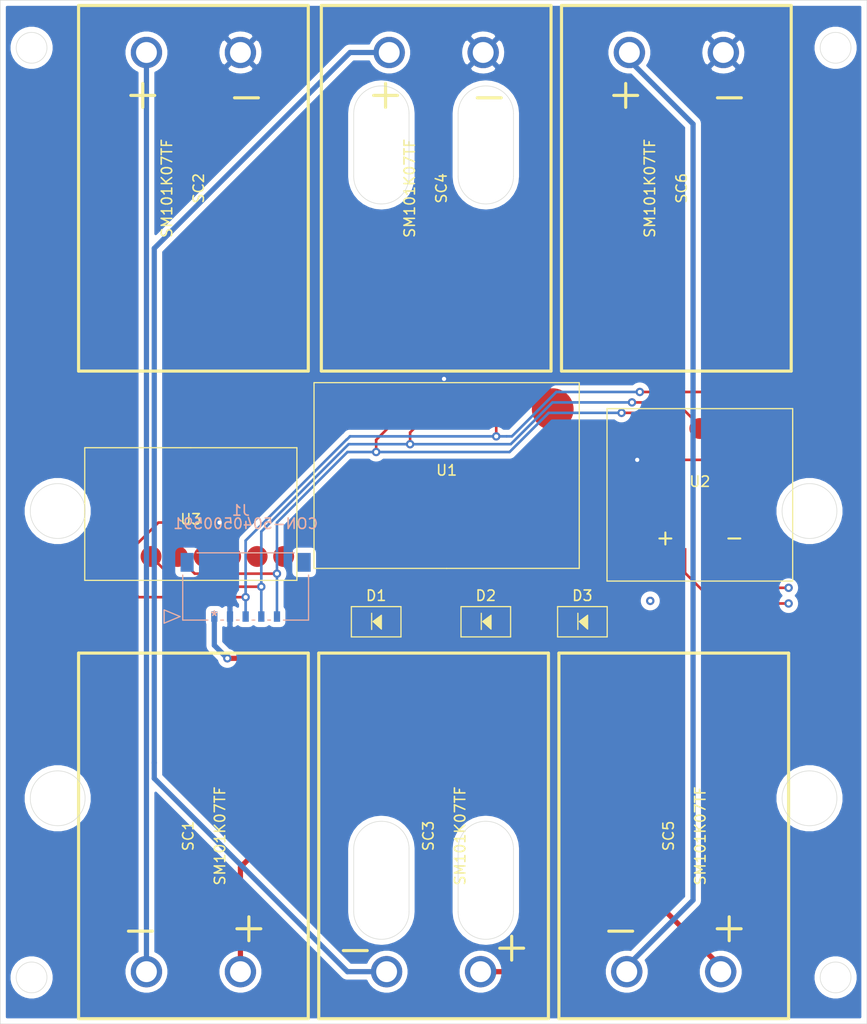
<source format=kicad_pcb>
(kicad_pcb (version 20171130) (host pcbnew "(5.1.10)-1")

  (general
    (thickness 1.6)
    (drawings 82)
    (tracks 502)
    (zones 0)
    (modules 13)
    (nets 30)
  )

  (page A4)
  (title_block
    (title "Solar Configuration for -XY; V4 Stucture")
    (date 2022-05-04)
    (rev 1.0)
  )

  (layers
    (0 F.Cu signal)
    (1 In1.Cu signal)
    (2 In2.Cu signal)
    (31 B.Cu signal)
    (32 B.Adhes user)
    (33 F.Adhes user)
    (34 B.Paste user)
    (35 F.Paste user)
    (36 B.SilkS user)
    (37 F.SilkS user)
    (38 B.Mask user)
    (39 F.Mask user)
    (40 Dwgs.User user hide)
    (41 Cmts.User user)
    (42 Eco1.User user)
    (43 Eco2.User user)
    (44 Edge.Cuts user)
    (45 Margin user)
    (46 B.CrtYd user)
    (47 F.CrtYd user)
    (48 B.Fab user)
    (49 F.Fab user)
  )

  (setup
    (last_trace_width 0.25)
    (user_trace_width 0.5)
    (trace_clearance 0.2)
    (zone_clearance 0.508)
    (zone_45_only no)
    (trace_min 0.2)
    (via_size 0.8)
    (via_drill 0.4)
    (via_min_size 0.4)
    (via_min_drill 0.3)
    (uvia_size 0.3)
    (uvia_drill 0.1)
    (uvias_allowed no)
    (uvia_min_size 0.2)
    (uvia_min_drill 0.1)
    (edge_width 0.05)
    (segment_width 0.2)
    (pcb_text_width 0.3)
    (pcb_text_size 1.5 1.5)
    (mod_edge_width 0.12)
    (mod_text_size 1 1)
    (mod_text_width 0.15)
    (pad_size 1.7 1.7)
    (pad_drill 1)
    (pad_to_mask_clearance 0)
    (aux_axis_origin 0 0)
    (visible_elements 7FFFFFFF)
    (pcbplotparams
      (layerselection 0x010fc_ffffffff)
      (usegerberextensions false)
      (usegerberattributes true)
      (usegerberadvancedattributes true)
      (creategerberjobfile true)
      (excludeedgelayer true)
      (linewidth 0.100000)
      (plotframeref false)
      (viasonmask false)
      (mode 1)
      (useauxorigin false)
      (hpglpennumber 1)
      (hpglpenspeed 20)
      (hpglpendiameter 15.000000)
      (psnegative false)
      (psa4output false)
      (plotreference true)
      (plotvalue true)
      (plotinvisibletext false)
      (padsonsilk false)
      (subtractmaskfromsilk false)
      (outputformat 1)
      (mirror false)
      (drillshape 1)
      (scaleselection 1)
      (outputdirectory ""))
  )

  (net 0 "")
  (net 1 GND)
  (net 2 +3V3)
  (net 3 VSOLAR)
  (net 4 "Net-(SC1-Pad2)")
  (net 5 "Net-(SC3-Pad2)")
  (net 6 "Net-(D1-Pad2)")
  (net 7 "Net-(D2-Pad2)")
  (net 8 SDA)
  (net 9 SCL)
  (net 10 "Net-(U1-Pad7)")
  (net 11 "Net-(U1-Pad8)")
  (net 12 "Net-(U1-Pad9)")
  (net 13 "Net-(U1-Pad2)")
  (net 14 "Net-(U1-Pad6)")
  (net 15 "Net-(U1-Pad10)")
  (net 16 "Net-(U2-Pad6)")
  (net 17 "Net-(U2-Pad9)")
  (net 18 "Net-(U2-Pad8)")
  (net 19 "Net-(U2-Pad5)")
  (net 20 "Net-(U3-Pad9)")
  (net 21 "Net-(U3-Pad10)")
  (net 22 "Net-(U3-Pad8)")
  (net 23 "Net-(U3-Pad7)")
  (net 24 "Net-(U3-Pad6)")
  (net 25 "Net-(U3-Pad5)")
  (net 26 "Net-(D3-Pad2)")
  (net 27 "Net-(SC5-Pad2)")
  (net 28 "Net-(J1-Pad7)")
  (net 29 "Net-(J1-Pad6)")

  (net_class Default "This is the default net class."
    (clearance 0.2)
    (trace_width 0.25)
    (via_dia 0.8)
    (via_drill 0.4)
    (uvia_dia 0.3)
    (uvia_drill 0.1)
    (add_net +3V3)
    (add_net GND)
    (add_net "Net-(D1-Pad2)")
    (add_net "Net-(D2-Pad2)")
    (add_net "Net-(D3-Pad2)")
    (add_net "Net-(J1-Pad6)")
    (add_net "Net-(J1-Pad7)")
    (add_net "Net-(SC1-Pad2)")
    (add_net "Net-(SC3-Pad2)")
    (add_net "Net-(SC5-Pad2)")
    (add_net "Net-(U1-Pad10)")
    (add_net "Net-(U1-Pad2)")
    (add_net "Net-(U1-Pad6)")
    (add_net "Net-(U1-Pad7)")
    (add_net "Net-(U1-Pad8)")
    (add_net "Net-(U1-Pad9)")
    (add_net "Net-(U2-Pad5)")
    (add_net "Net-(U2-Pad6)")
    (add_net "Net-(U2-Pad8)")
    (add_net "Net-(U2-Pad9)")
    (add_net "Net-(U3-Pad10)")
    (add_net "Net-(U3-Pad5)")
    (add_net "Net-(U3-Pad6)")
    (add_net "Net-(U3-Pad7)")
    (add_net "Net-(U3-Pad8)")
    (add_net "Net-(U3-Pad9)")
    (add_net SCL)
    (add_net SDA)
    (add_net VSOLAR)
  )

  (module SolarPanelBoards:CON_5040500591 (layer B.Cu) (tedit 62771E74) (tstamp 627795B0)
    (at 123.5 124.75 180)
    (path /62783659)
    (fp_text reference J1 (at -2.54 10.16) (layer B.SilkS)
      (effects (font (size 1 1) (thickness 0.15)) (justify mirror))
    )
    (fp_text value CON-5040500591 (at -3.000002 8.89) (layer B.SilkS)
      (effects (font (size 1 1) (thickness 0.15)) (justify mirror))
    )
    (fp_text user MAXIMUM_PACKAGE_HEIGHT:_2_MM (at -9.024989 -6.599999) (layer Cmts.User)
      (effects (font (size 1 1) (thickness 0.15)))
    )
    (fp_text user MAXIMUM_PACKAGE_HEIGHT:_2_MM (at -9.024989 -6.599999) (layer Cmts.User)
      (effects (font (size 1 1) (thickness 0.15)))
    )
    (fp_text user NOTE (at -9.024989 -4.059999) (layer Cmts.User)
      (effects (font (size 1 1) (thickness 0.15)))
    )
    (fp_text user NOTE (at -9.024989 -4.059999) (layer Cmts.User)
      (effects (font (size 1 1) (thickness 0.15)))
    )
    (fp_text user 5040500591 (at -0.206002 -2.961997) (layer B.Fab)
      (effects (font (size 1 1) (thickness 0.15)) (justify mirror))
    )
    (fp_text user * (at 0 0) (layer B.Fab)
      (effects (font (size 1 1) (thickness 0.15)) (justify mirror))
    )
    (fp_text user * (at 0 0) (layer B.SilkS)
      (effects (font (size 1 1) (thickness 0.15)) (justify mirror))
    )
    (fp_text user "Copyright 2021 Accelerated Designs. All rights reserved." (at 0 0) (layer Cmts.User)
      (effects (font (size 0.127 0.127) (thickness 0.002)))
    )
    (fp_line (start 4.294987 7.370001) (end -10.294989 7.370001) (layer B.CrtYd) (width 0.05))
    (fp_line (start 4.294987 -1.61) (end 4.294987 7.370001) (layer B.CrtYd) (width 0.05))
    (fp_line (start -10.294989 -1.61) (end 4.294987 -1.61) (layer B.CrtYd) (width 0.05))
    (fp_line (start -10.294989 7.370001) (end -10.294989 -1.61) (layer B.CrtYd) (width 0.05))
    (fp_line (start -5.379961 -0.34) (end -5.120041 -0.34) (layer B.SilkS) (width 0.12))
    (fp_line (start -3.879961 -0.34) (end -3.620039 -0.34) (layer B.SilkS) (width 0.12))
    (fp_line (start -2.379959 -0.34) (end -2.12004 -0.34) (layer B.SilkS) (width 0.12))
    (fp_line (start -0.87996 -0.34) (end -0.62004 -0.34) (layer B.SilkS) (width 0.12))
    (fp_line (start 0.62004 -0.34) (end 3.024988 -0.34) (layer B.SilkS) (width 0.12))
    (fp_line (start -9.024989 6.100001) (end -9.024989 -0.34) (layer B.Fab) (width 0.1))
    (fp_line (start 3.024988 6.100001) (end -9.024989 6.100001) (layer B.Fab) (width 0.1))
    (fp_line (start 3.024988 -0.34) (end 3.024988 6.100001) (layer B.Fab) (width 0.1))
    (fp_line (start -9.024989 -0.34) (end 3.024988 -0.34) (layer B.Fab) (width 0.1))
    (fp_line (start 1.660115 6.1) (end -7.660116 6.1) (layer B.SilkS) (width 0.12))
    (fp_line (start 3.024988 -0.34) (end 3.024988 3.96996) (layer B.SilkS) (width 0.12))
    (fp_line (start -9.024989 -0.34) (end -6.620041 -0.34) (layer B.SilkS) (width 0.12))
    (fp_line (start -9.024989 3.96996) (end -9.024989 -0.34) (layer B.SilkS) (width 0.12))
    (fp_line (start 4.802987 -0.635) (end 3.278987 0) (layer B.Fab) (width 0.1))
    (fp_line (start 4.802987 0.635) (end 4.802987 -0.635) (layer B.Fab) (width 0.1))
    (fp_line (start 3.278987 0) (end 4.802987 0.635) (layer B.Fab) (width 0.1))
    (fp_line (start 4.802987 -0.635) (end 3.278987 0) (layer B.SilkS) (width 0.12))
    (fp_line (start 4.802987 0.635) (end 4.802987 -0.635) (layer B.SilkS) (width 0.12))
    (fp_line (start 3.278987 0) (end 4.802987 0.635) (layer B.SilkS) (width 0.12))
    (fp_line (start 4.294987 7.370001) (end -10.294989 7.370001) (layer B.CrtYd) (width 0.05))
    (fp_line (start 4.294987 -1.61) (end 4.294987 7.370001) (layer B.CrtYd) (width 0.05))
    (fp_line (start -10.294989 -1.61) (end 4.294987 -1.61) (layer B.CrtYd) (width 0.05))
    (fp_line (start -10.294989 7.370001) (end -10.294989 -1.61) (layer B.CrtYd) (width 0.05))
    (pad 7 smd rect (at -8.604999 5.19 180) (size 1.25 1.8) (layers B.Cu B.Paste B.Mask)
      (net 28 "Net-(J1-Pad7)"))
    (pad 6 smd rect (at 2.604999 5.19 180) (size 1.25 1.8) (layers B.Cu B.Paste B.Mask)
      (net 29 "Net-(J1-Pad6)"))
    (pad 5 smd rect (at -6.000001 0 180) (size 0.6 1) (layers B.Cu B.Paste B.Mask)
      (net 8 SDA))
    (pad 4 smd rect (at -4.500001 0 180) (size 0.6 1) (layers B.Cu B.Paste B.Mask)
      (net 9 SCL))
    (pad 3 smd rect (at -2.999999 0 180) (size 0.6 1) (layers B.Cu B.Paste B.Mask)
      (net 2 +3V3))
    (pad 2 smd rect (at -1.5 0 180) (size 0.6 1) (layers B.Cu B.Paste B.Mask)
      (net 1 GND))
    (pad 1 smd rect (at 0 0 180) (size 0.6 1) (layers B.Cu B.Paste B.Mask)
      (net 3 VSOLAR))
    (model ${KIPRJMOD}/Extras/3-DComponents/5040500591.stp
      (offset (xyz -3 4.75 1))
      (scale (xyz 1 1 1))
      (rotate (xyz 0 0 0))
    )
  )

  (module SolarPanelBoards:MCP9808 (layer F.Cu) (tedit 6275D907) (tstamp 62769BA9)
    (at 121.25 114.936)
    (path /62748135)
    (fp_text reference U3 (at 0 0.5) (layer F.SilkS)
      (effects (font (size 1 1) (thickness 0.15)))
    )
    (fp_text value MCP9808_Breakout (at 0 -0.5) (layer F.Fab)
      (effects (font (size 1 1) (thickness 0.15)))
    )
    (fp_line (start 0 6.35) (end 10.16 6.35) (layer F.SilkS) (width 0.12))
    (fp_line (start 10.16 6.35) (end 10.16 0) (layer F.SilkS) (width 0.12))
    (fp_line (start 0 6.35) (end -10.16 6.35) (layer F.SilkS) (width 0.12))
    (fp_line (start -10.16 6.35) (end -10.16 0) (layer F.SilkS) (width 0.12))
    (fp_line (start 10.16 -6.35) (end 10.16 0) (layer F.SilkS) (width 0.12))
    (fp_line (start 0 -6.35) (end 10.16 -6.35) (layer F.SilkS) (width 0.12))
    (fp_line (start -10.16 -6.35) (end -10.16 0) (layer F.SilkS) (width 0.12))
    (fp_line (start 0 -6.35) (end -10.16 -6.35) (layer F.SilkS) (width 0.12))
    (pad 9 smd circle (at -7.62 -3.81) (size 4 4) (layers F.Cu F.Paste F.Mask)
      (net 20 "Net-(U3-Pad9)"))
    (pad 10 smd circle (at 7.62 -3.81) (size 4 4) (layers F.Cu F.Paste F.Mask)
      (net 21 "Net-(U3-Pad10)"))
    (pad 3 smd circle (at -3.81 4.064) (size 2 2) (layers F.Cu F.Paste F.Mask)
      (net 9 SCL))
    (pad 4 smd circle (at -1.27 4.064) (size 2 2) (layers F.Cu F.Paste F.Mask)
      (net 8 SDA))
    (pad 1 smd circle (at -8.89 4.064) (size 2 2) (layers F.Cu F.Paste F.Mask)
      (net 2 +3V3))
    (pad 2 smd circle (at -6.35 4.064) (size 2 2) (layers F.Cu F.Paste F.Mask)
      (net 1 GND))
    (pad 8 smd circle (at 8.89 4.064) (size 2 2) (layers F.Cu F.Paste F.Mask)
      (net 22 "Net-(U3-Pad8)"))
    (pad 7 smd circle (at 6.35 4.064) (size 2 2) (layers F.Cu F.Paste F.Mask)
      (net 23 "Net-(U3-Pad7)"))
    (pad 6 smd circle (at 3.81 4.064) (size 2 2) (layers F.Cu F.Paste F.Mask)
      (net 24 "Net-(U3-Pad6)"))
    (pad 5 smd circle (at 1.27 4.064) (size 2 2) (layers F.Cu F.Paste F.Mask)
      (net 25 "Net-(U3-Pad5)"))
    (model ${KIPRJMOD}/Extras/3-DComponents/MCP9808.STEP
      (offset (xyz -10.5 -6.5 0))
      (scale (xyz 1 1 1))
      (rotate (xyz -90 0 0))
    )
  )

  (module SolarPanelBoards:DRV2605L (layer F.Cu) (tedit 6275D81F) (tstamp 62769B93)
    (at 170 106.75 180)
    (path /62747843)
    (fp_text reference U2 (at 0 -5.08) (layer F.SilkS)
      (effects (font (size 1 1) (thickness 0.15)))
    )
    (fp_text value DRV2605L_Breakout (at 0 -6.35) (layer F.Fab)
      (effects (font (size 1 1) (thickness 0.15)))
    )
    (fp_line (start 0 1.905) (end 8.89 1.905) (layer F.SilkS) (width 0.12))
    (fp_line (start 0 1.905) (end -8.89 1.905) (layer F.SilkS) (width 0.12))
    (fp_line (start -8.89 1.905) (end -8.89 0) (layer F.SilkS) (width 0.12))
    (fp_line (start -8.89 0) (end -8.89 -14.605) (layer F.SilkS) (width 0.12))
    (fp_line (start 8.89 1.905) (end 8.89 -14.605) (layer F.SilkS) (width 0.12))
    (fp_line (start -8.89 -14.605) (end 8.89 -14.605) (layer F.SilkS) (width 0.12))
    (fp_text user + (at 3.302 -10.414) (layer F.SilkS)
      (effects (font (size 1.5 1.5) (thickness 0.2)))
    )
    (fp_text user - (at -3.302 -10.414) (layer F.SilkS)
      (effects (font (size 1.5 1.5) (thickness 0.2)))
    )
    (pad 7 smd rect (at 2.54 -12.7 180) (size 2.5 2.5) (layers F.Cu F.Paste F.Mask)
      (net 16 "Net-(U2-Pad6)"))
    (pad 6 smd rect (at -2.54 -12.7 180) (size 2.5 2.5) (layers F.Cu F.Paste F.Mask)
      (net 16 "Net-(U2-Pad6)"))
    (pad 9 smd circle (at 6.35 -12.065 180) (size 4 4) (layers F.Cu F.Paste F.Mask)
      (net 17 "Net-(U2-Pad9)"))
    (pad 8 smd circle (at -6.35 -12.065 180) (size 4 4) (layers F.Cu F.Paste F.Mask)
      (net 18 "Net-(U2-Pad8)"))
    (pad 1 smd circle (at -5.08 0 180) (size 2 2) (layers F.Cu F.Paste F.Mask)
      (net 2 +3V3))
    (pad 2 smd circle (at -2.54 0 180) (size 2 2) (layers F.Cu F.Paste F.Mask)
      (net 1 GND))
    (pad 5 smd circle (at 5.08 0 180) (size 2 2) (layers F.Cu F.Paste F.Mask)
      (net 19 "Net-(U2-Pad5)"))
    (pad 4 smd circle (at 2.54 0 180) (size 2 2) (layers F.Cu F.Paste F.Mask)
      (net 8 SDA))
    (pad 3 smd circle (at 0 0 180) (size 2 2) (layers F.Cu F.Paste F.Mask)
      (net 9 SCL))
    (model ${KIPRJMOD}/Extras/3-DComponents/DRV2605L.STEP
      (offset (xyz -9 -2 0))
      (scale (xyz 1 1 1))
      (rotate (xyz -90 0 0))
    )
  )

  (module SolarPanelBoards:APDS9960 (layer F.Cu) (tedit 6275D630) (tstamp 62769B7E)
    (at 145.75 111.25 180)
    (path /6273B54B)
    (fp_text reference U1 (at 0 0.5) (layer F.SilkS)
      (effects (font (size 1 1) (thickness 0.15)))
    )
    (fp_text value APDS9960_Breakout (at 0 -0.5) (layer F.Fab)
      (effects (font (size 1 1) (thickness 0.15)))
    )
    (fp_line (start 0 8.89) (end 12.7 8.89) (layer F.SilkS) (width 0.12))
    (fp_line (start 12.7 0) (end 12.7 8.89) (layer F.SilkS) (width 0.12))
    (fp_line (start 0 8.89) (end -12.7 8.89) (layer F.SilkS) (width 0.12))
    (fp_line (start -12.7 0) (end -12.7 8.89) (layer F.SilkS) (width 0.12))
    (fp_line (start 12.7 0) (end 12.7 -8.89) (layer F.SilkS) (width 0.12))
    (fp_line (start 0 -8.89) (end 12.7 -8.89) (layer F.SilkS) (width 0.12))
    (fp_line (start 0 -8.89) (end -12.7 -8.89) (layer F.SilkS) (width 0.12))
    (fp_line (start -12.7 0) (end -12.7 -8.89) (layer F.SilkS) (width 0.12))
    (pad 7 smd circle (at -10.16 -6.35) (size 4 4) (layers F.Cu F.Paste F.Mask)
      (net 10 "Net-(U1-Pad7)"))
    (pad 8 smd circle (at 10.16 -6.35) (size 4 4) (layers F.Cu F.Paste F.Mask)
      (net 11 "Net-(U1-Pad8)"))
    (pad 9 smd circle (at -10.16 6.35 180) (size 4 4) (layers F.Cu F.Paste F.Mask)
      (net 12 "Net-(U1-Pad9)"))
    (pad 2 smd circle (at -3.81 6.35 180) (size 2 2) (layers F.Cu F.Paste F.Mask)
      (net 13 "Net-(U1-Pad2)"))
    (pad 3 smd circle (at -1.27 6.35 180) (size 2 2) (layers F.Cu F.Paste F.Mask)
      (net 1 GND))
    (pad 1 smd circle (at -6.35 6.35 180) (size 2 2) (layers F.Cu F.Paste F.Mask)
      (net 2 +3V3))
    (pad 6 smd circle (at 6.35 6.35 180) (size 2 2) (layers F.Cu F.Paste F.Mask)
      (net 14 "Net-(U1-Pad6)"))
    (pad 5 smd circle (at 3.81 6.35 180) (size 2 2) (layers F.Cu F.Paste F.Mask)
      (net 8 SDA))
    (pad 4 smd circle (at 1.27 6.35 180) (size 2 2) (layers F.Cu F.Paste F.Mask)
      (net 9 SCL))
    (pad 10 smd circle (at 10.16 6.35 180) (size 4 4) (layers F.Cu F.Paste F.Mask)
      (net 15 "Net-(U1-Pad10)"))
    (model ${KIPRJMOD}/Extras/3-DComponents/APDS9960.STEP
      (offset (xyz 12.75 8.75 0))
      (scale (xyz 1 1 1))
      (rotate (xyz 90 180 0))
    )
  )

  (module SolarPanelBoards:SM101K07TF (layer F.Cu) (tedit 6275D59F) (tstamp 6276949B)
    (at 167.75 83.75 90)
    (path /62735AF7)
    (fp_text reference SC6 (at 0 0.5 90) (layer F.SilkS)
      (effects (font (size 1 1) (thickness 0.15)))
    )
    (fp_text value SM101K07TF (at 0 -2.54 90) (layer F.SilkS)
      (effects (font (size 1 1) (thickness 0.15)))
    )
    (fp_line (start -17.5 11) (end -17.5 -11) (layer F.SilkS) (width 0.3))
    (fp_line (start 17.5 11) (end -17.5 11) (layer F.SilkS) (width 0.3))
    (fp_line (start 17.5 -11) (end 17.5 11) (layer F.SilkS) (width 0.3))
    (fp_line (start -17.5 -11) (end 17.5 -11) (layer F.SilkS) (width 0.3))
    (fp_text user - (at 8.89 5.08) (layer F.SilkS)
      (effects (font (size 3 3) (thickness 0.3)))
    )
    (fp_text user + (at 8.89 -5.08 90) (layer F.SilkS)
      (effects (font (size 3 3) (thickness 0.3)))
    )
    (pad 2 thru_hole circle (at 13 4.5 90) (size 3 3) (drill 2) (layers *.Cu *.Mask)
      (net 1 GND))
    (pad 1 thru_hole circle (at 13 -4.5 90) (size 3 3) (drill 2) (layers *.Cu *.Mask)
      (net 27 "Net-(SC5-Pad2)"))
    (model ${KIPRJMOD}/Extras/3-DComponents/SM101K07TF.STEP
      (offset (xyz 17.5 -11 0))
      (scale (xyz 1 1 1))
      (rotate (xyz 90 180 90))
    )
  )

  (module SolarPanelBoards:SM101K07TF (layer F.Cu) (tedit 6275D59F) (tstamp 6276948F)
    (at 167.5 145.75 270)
    (path /62735AFD)
    (fp_text reference SC5 (at 0 0.5 90) (layer F.SilkS)
      (effects (font (size 1 1) (thickness 0.15)))
    )
    (fp_text value SM101K07TF (at 0 -2.54 90) (layer F.SilkS)
      (effects (font (size 1 1) (thickness 0.15)))
    )
    (fp_line (start -17.5 11) (end -17.5 -11) (layer F.SilkS) (width 0.3))
    (fp_line (start 17.5 11) (end -17.5 11) (layer F.SilkS) (width 0.3))
    (fp_line (start 17.5 -11) (end 17.5 11) (layer F.SilkS) (width 0.3))
    (fp_line (start -17.5 -11) (end 17.5 -11) (layer F.SilkS) (width 0.3))
    (fp_text user - (at 8.89 5.08) (layer F.SilkS)
      (effects (font (size 3 3) (thickness 0.3)))
    )
    (fp_text user + (at 8.89 -5.08 90) (layer F.SilkS)
      (effects (font (size 3 3) (thickness 0.3)))
    )
    (pad 2 thru_hole circle (at 13 4.5 270) (size 3 3) (drill 2) (layers *.Cu *.Mask)
      (net 27 "Net-(SC5-Pad2)"))
    (pad 1 thru_hole circle (at 13 -4.5 270) (size 3 3) (drill 2) (layers *.Cu *.Mask)
      (net 26 "Net-(D3-Pad2)"))
    (model ${KIPRJMOD}/Extras/3-DComponents/SM101K07TF.STEP
      (offset (xyz 17.5 -11 0))
      (scale (xyz 1 1 1))
      (rotate (xyz 90 180 90))
    )
  )

  (module SolarPanelBoards:SM101K07TF (layer F.Cu) (tedit 6275D59F) (tstamp 62769483)
    (at 144.75 83.75 90)
    (path /61285A7B)
    (fp_text reference SC4 (at 0 0.5 90) (layer F.SilkS)
      (effects (font (size 1 1) (thickness 0.15)))
    )
    (fp_text value SM101K07TF (at 0 -2.54 90) (layer F.SilkS)
      (effects (font (size 1 1) (thickness 0.15)))
    )
    (fp_line (start -17.5 11) (end -17.5 -11) (layer F.SilkS) (width 0.3))
    (fp_line (start 17.5 11) (end -17.5 11) (layer F.SilkS) (width 0.3))
    (fp_line (start 17.5 -11) (end 17.5 11) (layer F.SilkS) (width 0.3))
    (fp_line (start -17.5 -11) (end 17.5 -11) (layer F.SilkS) (width 0.3))
    (fp_text user - (at 8.89 5.08) (layer F.SilkS)
      (effects (font (size 3 3) (thickness 0.3)))
    )
    (fp_text user + (at 8.89 -5.08 90) (layer F.SilkS)
      (effects (font (size 3 3) (thickness 0.3)))
    )
    (pad 2 thru_hole circle (at 13 4.5 90) (size 3 3) (drill 2) (layers *.Cu *.Mask)
      (net 1 GND))
    (pad 1 thru_hole circle (at 13 -4.5 90) (size 3 3) (drill 2) (layers *.Cu *.Mask)
      (net 5 "Net-(SC3-Pad2)"))
    (model ${KIPRJMOD}/Extras/3-DComponents/SM101K07TF.STEP
      (offset (xyz 17.5 -11 0))
      (scale (xyz 1 1 1))
      (rotate (xyz 90 180 90))
    )
  )

  (module SolarPanelBoards:SM101K07TF (layer F.Cu) (tedit 6275D59F) (tstamp 62769477)
    (at 144.5 145.75 270)
    (path /6128524D)
    (fp_text reference SC3 (at 0 0.5 90) (layer F.SilkS)
      (effects (font (size 1 1) (thickness 0.15)))
    )
    (fp_text value SM101K07TF (at 0 -2.54 90) (layer F.SilkS)
      (effects (font (size 1 1) (thickness 0.15)))
    )
    (fp_line (start -17.5 11) (end -17.5 -11) (layer F.SilkS) (width 0.3))
    (fp_line (start 17.5 11) (end -17.5 11) (layer F.SilkS) (width 0.3))
    (fp_line (start 17.5 -11) (end 17.5 11) (layer F.SilkS) (width 0.3))
    (fp_line (start -17.5 -11) (end 17.5 -11) (layer F.SilkS) (width 0.3))
    (fp_text user - (at 10.75 7.5) (layer F.SilkS)
      (effects (font (size 3 3) (thickness 0.3)))
    )
    (fp_text user + (at 10.75 -7.25 90) (layer F.SilkS)
      (effects (font (size 3 3) (thickness 0.3)))
    )
    (pad 2 thru_hole circle (at 13 4.5 270) (size 3 3) (drill 2) (layers *.Cu *.Mask)
      (net 5 "Net-(SC3-Pad2)"))
    (pad 1 thru_hole circle (at 13 -4.5 270) (size 3 3) (drill 2) (layers *.Cu *.Mask)
      (net 7 "Net-(D2-Pad2)"))
    (model ${KIPRJMOD}/Extras/3-DComponents/SM101K07TF.STEP
      (offset (xyz 17.5 -11 0))
      (scale (xyz 1 1 1))
      (rotate (xyz 90 180 90))
    )
  )

  (module SolarPanelBoards:SM101K07TF (layer F.Cu) (tedit 6275D59F) (tstamp 6276946B)
    (at 121.5 83.75 90)
    (path /612849A3)
    (fp_text reference SC2 (at 0 0.5 90) (layer F.SilkS)
      (effects (font (size 1 1) (thickness 0.15)))
    )
    (fp_text value SM101K07TF (at 0 -2.54 90) (layer F.SilkS)
      (effects (font (size 1 1) (thickness 0.15)))
    )
    (fp_line (start -17.5 11) (end -17.5 -11) (layer F.SilkS) (width 0.3))
    (fp_line (start 17.5 11) (end -17.5 11) (layer F.SilkS) (width 0.3))
    (fp_line (start 17.5 -11) (end 17.5 11) (layer F.SilkS) (width 0.3))
    (fp_line (start -17.5 -11) (end 17.5 -11) (layer F.SilkS) (width 0.3))
    (fp_text user - (at 8.89 5.08) (layer F.SilkS)
      (effects (font (size 3 3) (thickness 0.3)))
    )
    (fp_text user + (at 8.89 -5.08 90) (layer F.SilkS)
      (effects (font (size 3 3) (thickness 0.3)))
    )
    (pad 2 thru_hole circle (at 13 4.5 90) (size 3 3) (drill 2) (layers *.Cu *.Mask)
      (net 1 GND))
    (pad 1 thru_hole circle (at 13 -4.5 90) (size 3 3) (drill 2) (layers *.Cu *.Mask)
      (net 4 "Net-(SC1-Pad2)"))
    (model ${KIPRJMOD}/Extras/3-DComponents/SM101K07TF.STEP
      (offset (xyz 17.5 -11 0))
      (scale (xyz 1 1 1))
      (rotate (xyz 90 180 90))
    )
  )

  (module SolarPanelBoards:SM101K07TF (layer F.Cu) (tedit 6275D59F) (tstamp 6276945F)
    (at 121.5 145.75 270)
    (path /6143BD42)
    (fp_text reference SC1 (at 0 0.5 90) (layer F.SilkS)
      (effects (font (size 1 1) (thickness 0.15)))
    )
    (fp_text value SM101K07TF (at 0 -2.54 90) (layer F.SilkS)
      (effects (font (size 1 1) (thickness 0.15)))
    )
    (fp_line (start -17.5 11) (end -17.5 -11) (layer F.SilkS) (width 0.3))
    (fp_line (start 17.5 11) (end -17.5 11) (layer F.SilkS) (width 0.3))
    (fp_line (start 17.5 -11) (end 17.5 11) (layer F.SilkS) (width 0.3))
    (fp_line (start -17.5 -11) (end 17.5 -11) (layer F.SilkS) (width 0.3))
    (fp_text user - (at 8.89 5.08) (layer F.SilkS)
      (effects (font (size 3 3) (thickness 0.3)))
    )
    (fp_text user + (at 8.89 -5.08 90) (layer F.SilkS)
      (effects (font (size 3 3) (thickness 0.3)))
    )
    (pad 2 thru_hole circle (at 13 4.5 270) (size 3 3) (drill 2) (layers *.Cu *.Mask)
      (net 4 "Net-(SC1-Pad2)"))
    (pad 1 thru_hole circle (at 13 -4.5 270) (size 3 3) (drill 2) (layers *.Cu *.Mask)
      (net 6 "Net-(D1-Pad2)"))
    (model ${KIPRJMOD}/Extras/3-DComponents/SM101K07TF.STEP
      (offset (xyz 17.5 -11 0))
      (scale (xyz 1 1 1))
      (rotate (xyz 90 180 90))
    )
  )

  (module SolarPanelBoards:DO-214AC (layer F.Cu) (tedit 6275D7B7) (tstamp 62768EB7)
    (at 158.75 125.25)
    (descr "Diode Footprint for CDBA240LL-HF")
    (path /62735B03)
    (attr smd)
    (fp_text reference D3 (at 0 -2.5) (layer F.SilkS)
      (effects (font (size 1 1) (thickness 0.15)))
    )
    (fp_text value CDBA240LL-HF (at 0 -2.54) (layer F.Fab)
      (effects (font (size 1 1) (thickness 0.15)))
    )
    (fp_line (start -2.375 1.45) (end 2.375 1.45) (layer F.SilkS) (width 0.12))
    (fp_line (start 2.375 1.45) (end 2.375 -1.45) (layer F.SilkS) (width 0.12))
    (fp_line (start -2.375 1.45) (end -2.375 -1.45) (layer F.SilkS) (width 0.12))
    (fp_line (start -2.375 -1.45) (end 2.375 -1.45) (layer F.SilkS) (width 0.12))
    (fp_poly (pts (xy 0.508 0.7112) (xy -0.3048 -0.0254) (xy 0.508 -0.635)) (layer F.SilkS) (width 0.1))
    (fp_line (start -0.4318 -0.8128) (end -0.4318 0.7366) (layer F.SilkS) (width 0.12))
    (pad 2 smd rect (at 2 0) (size 2.5 1.7) (layers F.Cu F.Paste F.Mask)
      (net 26 "Net-(D3-Pad2)"))
    (pad 1 smd rect (at -2 0) (size 2.5 1.7) (layers F.Cu F.Paste F.Mask)
      (net 3 VSOLAR))
    (model ${KIPRJMOD}/Extras/3-DComponents/CDBA240LL-HF.STEP
      (offset (xyz -2.5 1.25 0))
      (scale (xyz 1 1 1))
      (rotate (xyz -90 0 0))
    )
  )

  (module SolarPanelBoards:DO-214AC (layer F.Cu) (tedit 6275D7B7) (tstamp 62768EAB)
    (at 149.5 125.25)
    (descr "Diode Footprint for CDBA240LL-HF")
    (path /61455D66)
    (attr smd)
    (fp_text reference D2 (at 0 -2.5) (layer F.SilkS)
      (effects (font (size 1 1) (thickness 0.15)))
    )
    (fp_text value CDBA240LL-HF (at 0 -2.54) (layer F.Fab)
      (effects (font (size 1 1) (thickness 0.15)))
    )
    (fp_line (start -2.375 1.45) (end 2.375 1.45) (layer F.SilkS) (width 0.12))
    (fp_line (start 2.375 1.45) (end 2.375 -1.45) (layer F.SilkS) (width 0.12))
    (fp_line (start -2.375 1.45) (end -2.375 -1.45) (layer F.SilkS) (width 0.12))
    (fp_line (start -2.375 -1.45) (end 2.375 -1.45) (layer F.SilkS) (width 0.12))
    (fp_poly (pts (xy 0.508 0.7112) (xy -0.3048 -0.0254) (xy 0.508 -0.635)) (layer F.SilkS) (width 0.1))
    (fp_line (start -0.4318 -0.8128) (end -0.4318 0.7366) (layer F.SilkS) (width 0.12))
    (pad 2 smd rect (at 2 0) (size 2.5 1.7) (layers F.Cu F.Paste F.Mask)
      (net 7 "Net-(D2-Pad2)"))
    (pad 1 smd rect (at -2 0) (size 2.5 1.7) (layers F.Cu F.Paste F.Mask)
      (net 3 VSOLAR))
    (model ${KIPRJMOD}/Extras/3-DComponents/CDBA240LL-HF.STEP
      (offset (xyz -2.5 1.25 0))
      (scale (xyz 1 1 1))
      (rotate (xyz -90 0 0))
    )
  )

  (module SolarPanelBoards:DO-214AC (layer F.Cu) (tedit 6275D7B7) (tstamp 62768E9F)
    (at 139 125.25)
    (descr "Diode Footprint for CDBA240LL-HF")
    (path /61067859)
    (attr smd)
    (fp_text reference D1 (at 0 -2.5) (layer F.SilkS)
      (effects (font (size 1 1) (thickness 0.15)))
    )
    (fp_text value CDBA240LL-HF (at 0 -2.54) (layer F.Fab)
      (effects (font (size 1 1) (thickness 0.15)))
    )
    (fp_line (start -2.375 1.45) (end 2.375 1.45) (layer F.SilkS) (width 0.12))
    (fp_line (start 2.375 1.45) (end 2.375 -1.45) (layer F.SilkS) (width 0.12))
    (fp_line (start -2.375 1.45) (end -2.375 -1.45) (layer F.SilkS) (width 0.12))
    (fp_line (start -2.375 -1.45) (end 2.375 -1.45) (layer F.SilkS) (width 0.12))
    (fp_poly (pts (xy 0.508 0.7112) (xy -0.3048 -0.0254) (xy 0.508 -0.635)) (layer F.SilkS) (width 0.1))
    (fp_line (start -0.4318 -0.8128) (end -0.4318 0.7366) (layer F.SilkS) (width 0.12))
    (pad 2 smd rect (at 2 0) (size 2.5 1.7) (layers F.Cu F.Paste F.Mask)
      (net 6 "Net-(D1-Pad2)"))
    (pad 1 smd rect (at -2 0) (size 2.5 1.7) (layers F.Cu F.Paste F.Mask)
      (net 3 VSOLAR))
    (model ${KIPRJMOD}/Extras/3-DComponents/CDBA240LL-HF.STEP
      (offset (xyz -2.5 1.25 0))
      (scale (xyz 1 1 1))
      (rotate (xyz -90 0 0))
    )
  )

  (gr_arc (start 149.5 153) (end 146.85 153) (angle -180) (layer Edge.Cuts) (width 0.05))
  (gr_arc (start 149.5 147) (end 152.15 147) (angle -180) (layer Edge.Cuts) (width 0.05))
  (gr_arc (start 139.5 153) (end 136.85 153) (angle -180) (layer Edge.Cuts) (width 0.05))
  (gr_arc (start 139.5 147) (end 142.15 147) (angle -180) (layer Edge.Cuts) (width 0.05))
  (gr_arc (start 149.5 82.6) (end 146.85 82.6) (angle -180) (layer Edge.Cuts) (width 0.05))
  (gr_arc (start 149.5 76.6) (end 152.15 76.6) (angle -180) (layer Edge.Cuts) (width 0.05))
  (gr_arc (start 139.5 76.6) (end 142.15 76.6) (angle -180) (layer Edge.Cuts) (width 0.05))
  (gr_arc (start 139.5 82.6) (end 136.85 82.6) (angle -180) (layer Edge.Cuts) (width 0.05))
  (gr_line (start 103 125.75) (end 115.75 125.75) (layer Dwgs.User) (width 0.15))
  (gr_line (start 115.75 163.75) (end 115.75 125.75) (layer Dwgs.User) (width 0.15))
  (dimension 38 (width 0.15) (layer Dwgs.User)
    (gr_text "38.000 mm" (at 97.2 144.75 90) (layer Dwgs.User)
      (effects (font (size 1 1) (thickness 0.15)))
    )
    (feature1 (pts (xy 103 125.75) (xy 97.913579 125.75)))
    (feature2 (pts (xy 103 163.75) (xy 97.913579 163.75)))
    (crossbar (pts (xy 98.5 163.75) (xy 98.5 125.75)))
    (arrow1a (pts (xy 98.5 125.75) (xy 99.086421 126.876504)))
    (arrow1b (pts (xy 98.5 125.75) (xy 97.913579 126.876504)))
    (arrow2a (pts (xy 98.5 163.75) (xy 99.086421 162.623496)))
    (arrow2b (pts (xy 98.5 163.75) (xy 97.913579 162.623496)))
  )
  (dimension 12.75 (width 0.15) (layer Dwgs.User)
    (gr_text "12.750 mm" (at 109.375 173.3) (layer Dwgs.User)
      (effects (font (size 1 1) (thickness 0.15)))
    )
    (feature1 (pts (xy 115.75 163.75) (xy 115.75 172.586421)))
    (feature2 (pts (xy 103 163.75) (xy 103 172.586421)))
    (crossbar (pts (xy 103 172) (xy 115.75 172)))
    (arrow1a (pts (xy 115.75 172) (xy 114.623496 172.586421)))
    (arrow1b (pts (xy 115.75 172) (xy 114.623496 171.413579)))
    (arrow2a (pts (xy 103 172) (xy 104.126504 172.586421)))
    (arrow2b (pts (xy 103 172) (xy 104.126504 171.413579)))
  )
  (gr_line (start 152.15 76.6) (end 152.15 82.6) (layer Edge.Cuts) (width 0.05) (tstamp 6273C548))
  (gr_line (start 146.85 76.6) (end 146.85 82.6) (layer Edge.Cuts) (width 0.05) (tstamp 6273C547))
  (gr_line (start 136.85 76.6) (end 136.85 82.6) (layer Edge.Cuts) (width 0.05) (tstamp 6273C546))
  (gr_line (start 142.15 76.6) (end 142.15 82.6) (layer Edge.Cuts) (width 0.05) (tstamp 6273C545))
  (gr_line (start 152.15 153) (end 152.15 147) (layer Edge.Cuts) (width 0.05) (tstamp 6273C544))
  (gr_line (start 146.85 147) (end 146.85 153) (layer Edge.Cuts) (width 0.05) (tstamp 6273C543))
  (gr_line (start 142.15 153) (end 142.15 147) (layer Edge.Cuts) (width 0.05) (tstamp 6273C542))
  (gr_line (start 136.85 153) (end 136.85 147) (layer Edge.Cuts) (width 0.05) (tstamp 6273C541))
  (gr_line (start 112 85.75) (end 111.75 85.75) (layer Dwgs.User) (width 0.15) (tstamp 62743775))
  (gr_line (start 177.5 143.75) (end 177 143.75) (layer Dwgs.User) (width 0.15) (tstamp 62743774))
  (gr_line (start 177 143.75) (end 177.25 143.75) (layer Dwgs.User) (width 0.15) (tstamp 62743773))
  (gr_line (start 111.5 143.75) (end 111.5 143.25) (layer Dwgs.User) (width 0.15) (tstamp 62743772))
  (gr_line (start 177.5 85.75) (end 177.5 86.25) (layer Dwgs.User) (width 0.15) (tstamp 62743771))
  (gr_line (start 177.5 143.75) (end 177.25 143.75) (layer Dwgs.User) (width 0.15) (tstamp 62743770))
  (gr_line (start 111.5 85.75) (end 112 85.75) (layer Dwgs.User) (width 0.15) (tstamp 6274376F))
  (gr_line (start 111.5 143.25) (end 111.5 143.5) (layer Dwgs.User) (width 0.15) (tstamp 6274376E))
  (gr_line (start 177.5 86.25) (end 177.5 86) (layer Dwgs.User) (width 0.15) (tstamp 6274376D))
  (gr_line (start 111.5 144) (end 111.5 87.5) (layer Dwgs.User) (width 0.15) (tstamp 6274376C))
  (gr_line (start 177.5 143.75) (end 111.5 143.75) (layer Dwgs.User) (width 0.15) (tstamp 6274376B))
  (gr_line (start 177.5 87.5) (end 177.5 144.25) (layer Dwgs.User) (width 0.15) (tstamp 6274376A))
  (gr_line (start 111.5 85.75) (end 177.5 85.75) (layer Dwgs.User) (width 0.15) (tstamp 62743769))
  (gr_line (start 85.25 76.25) (end 85.25 76.75) (layer Dwgs.User) (width 0.15) (tstamp 62740388))
  (gr_line (start 85.25 76.75) (end 85.25 76.5) (layer Dwgs.User) (width 0.15) (tstamp 62740387))
  (gr_line (start 19.25 76.25) (end 19.75 76.25) (layer Dwgs.User) (width 0.15) (tstamp 62740388))
  (gr_line (start 19.75 76.25) (end 19.5 76.25) (layer Dwgs.User) (width 0.15) (tstamp 62740387))
  (gr_line (start 85.25 134.25) (end 84.75 134.25) (layer Dwgs.User) (width 0.15) (tstamp 62740388))
  (gr_line (start 84.75 134.25) (end 85 134.25) (layer Dwgs.User) (width 0.15) (tstamp 62740387))
  (gr_line (start 19.25 133.75) (end 19.25 134) (layer Dwgs.User) (width 0.15) (tstamp 62740356))
  (gr_line (start 19.25 134.25) (end 19.25 133.75) (layer Dwgs.User) (width 0.15))
  (gr_line (start 85.25 134.25) (end 19.25 134.25) (layer Dwgs.User) (width 0.15))
  (gr_line (start 85.25 134.25) (end 85 134.25) (layer Dwgs.User) (width 0.15) (tstamp 6274034A))
  (gr_line (start 85.25 78) (end 85.25 134.75) (layer Dwgs.User) (width 0.15))
  (gr_line (start 19.25 76.25) (end 85.25 76.25) (layer Dwgs.User) (width 0.15))
  (gr_line (start 19.25 134.5) (end 19.25 78) (layer Dwgs.User) (width 0.15))
  (gr_circle (center 180.5 114.65) (end 183.125 114.65) (layer Edge.Cuts) (width 0.05) (tstamp 6274BAD1))
  (gr_circle (center 180.5 142.15) (end 183.125 142.15) (layer Edge.Cuts) (width 0.05) (tstamp 6274BAD1))
  (gr_circle (center 108.5 142.15) (end 111.125 142.15) (layer Edge.Cuts) (width 0.05) (tstamp 6274BAD1))
  (gr_circle (center 108.5 114.65) (end 111.125 114.65) (layer Edge.Cuts) (width 0.05))
  (gr_circle (center 183 70.3) (end 184.475 70.3) (layer Edge.Cuts) (width 0.05) (tstamp 6274BAAE))
  (gr_circle (center 106 70.3) (end 107.475 70.3) (layer Edge.Cuts) (width 0.05) (tstamp 6274BAAE))
  (gr_circle (center 106 159.3) (end 107.475 159.3) (layer Edge.Cuts) (width 0.05) (tstamp 6274BAA4))
  (gr_circle (center 183 159.3) (end 184.475 159.3) (layer Edge.Cuts) (width 0.05))
  (gr_line (start 186 65.75) (end 103 65.75) (layer Edge.Cuts) (width 0.05) (tstamp 6274BA62))
  (gr_line (start 186 163.75) (end 186 65.75) (layer Edge.Cuts) (width 0.05))
  (gr_line (start 103 163.75) (end 186 163.75) (layer Edge.Cuts) (width 0.05))
  (gr_line (start 103 65.75) (end 103 163.75) (layer Edge.Cuts) (width 0.05))
  (gr_circle (center 106 159.3) (end 108.625 159.3) (layer Dwgs.User) (width 0.2) (tstamp 6273DF4B))
  (gr_circle (center 183 159.3) (end 185.625 159.3) (layer Dwgs.User) (width 0.2) (tstamp 6273DF4B))
  (gr_circle (center 183 70.3) (end 185.625 70.3) (layer Dwgs.User) (width 0.2) (tstamp 6273DF4B))
  (gr_circle (center 106 70.3) (end 108.625 70.3) (layer Dwgs.User) (width 0.2) (tstamp 6273DF4B))
  (gr_line (start 186 163.8) (end 186 65.8) (layer Dwgs.User) (width 0.2))
  (gr_circle (center 106 159.3) (end 107.475 159.3) (layer Dwgs.User) (width 0.2))
  (gr_line (start 103 65.8) (end 103 163.8) (layer Dwgs.User) (width 0.2))
  (gr_circle (center 149.5 82.6) (end 152.125 82.6) (layer Dwgs.User) (width 0.2))
  (gr_circle (center 149.5 76.6) (end 152.125 76.6) (layer Dwgs.User) (width 0.2))
  (gr_circle (center 180.5 142.15) (end 183.124999 142.15) (layer Dwgs.User) (width 0.2))
  (gr_circle (center 183 70.3) (end 184.475 70.3) (layer Dwgs.User) (width 0.2))
  (gr_circle (center 149.5 147) (end 152.124999 147) (layer Dwgs.User) (width 0.2))
  (gr_line (start 186 65.8) (end 103 65.8) (layer Dwgs.User) (width 0.2))
  (gr_circle (center 139.5 82.6) (end 142.125001 82.6) (layer Dwgs.User) (width 0.2))
  (gr_circle (center 139.5 76.6) (end 142.125001 76.6) (layer Dwgs.User) (width 0.2))
  (gr_line (start 103 163.8) (end 186 163.8) (layer Dwgs.User) (width 0.2))
  (gr_circle (center 180.5 114.65) (end 183.125 114.65) (layer Dwgs.User) (width 0.2))
  (gr_circle (center 183 159.3) (end 184.475 159.3) (layer Dwgs.User) (width 0.2))
  (gr_circle (center 139.5 147) (end 142.125 147) (layer Dwgs.User) (width 0.2))
  (gr_circle (center 106 70.3) (end 107.475 70.3) (layer Dwgs.User) (width 0.2))
  (gr_circle (center 108.5 142.15) (end 111.125 142.15) (layer Dwgs.User) (width 0.2))
  (gr_circle (center 139.5 153) (end 142.125001 153) (layer Dwgs.User) (width 0.2))
  (gr_circle (center 108.5 114.65) (end 111.125 114.65) (layer Dwgs.User) (width 0.2))
  (gr_circle (center 149.5 153) (end 152.125 153) (layer Dwgs.User) (width 0.2))

  (segment (start 165.25 106.25) (end 165.25 106.25) (width 0.25) (layer In2.Cu) (net 0) (tstamp 62743FA5))
  (via (at 124 115.75) (size 0.8) (drill 0.4) (layers F.Cu B.Cu) (net 1))
  (segment (start 164 109.75) (end 164 109.75) (width 0.25) (layer F.Cu) (net 1) (tstamp 62754360))
  (via (at 164 109.75) (size 0.8) (drill 0.4) (layers F.Cu B.Cu) (net 1))
  (segment (start 145.5 102) (end 145.5 102) (width 0.25) (layer F.Cu) (net 1) (tstamp 627543BA))
  (via (at 145.5 102) (size 0.8) (drill 0.4) (layers F.Cu B.Cu) (net 1))
  (segment (start 145.5 102.13) (end 145.5 102) (width 0.25) (layer F.Cu) (net 1))
  (segment (start 170.29 109.75) (end 164 109.75) (width 0.25) (layer F.Cu) (net 1))
  (segment (start 173.04 107) (end 170.29 109.75) (width 0.25) (layer F.Cu) (net 1))
  (segment (start 118.15 115.75) (end 124 115.75) (width 0.25) (layer F.Cu) (net 1))
  (segment (start 114.9 119) (end 118.15 115.75) (width 0.25) (layer F.Cu) (net 1))
  (segment (start 145.5 103.38) (end 145.5 102) (width 0.25) (layer F.Cu) (net 1))
  (segment (start 147.02 104.9) (end 145.5 103.38) (width 0.25) (layer F.Cu) (net 1))
  (segment (start 151.5 107.5) (end 152 107.5) (width 0.25) (layer B.Cu) (net 2))
  (segment (start 152 107.5) (end 156.25 103.25) (width 0.25) (layer B.Cu) (net 2))
  (segment (start 156.25 103.25) (end 164.25 103.25) (width 0.25) (layer B.Cu) (net 2))
  (segment (start 164.25 103.25) (end 164.25 103.25) (width 0.25) (layer B.Cu) (net 2) (tstamp 627542BE))
  (via (at 164.25 103.25) (size 0.8) (drill 0.4) (layers F.Cu B.Cu) (net 2))
  (segment (start 150.5 107.5) (end 150.5 107.5) (width 0.25) (layer F.Cu) (net 2) (tstamp 6275435A))
  (via (at 150.5 107.5) (size 0.8) (drill 0.4) (layers F.Cu B.Cu) (net 2))
  (segment (start 171.83 103.25) (end 175.58 107) (width 0.25) (layer F.Cu) (net 2))
  (segment (start 164.25 103.25) (end 171.83 103.25) (width 0.25) (layer F.Cu) (net 2))
  (via (at 126.5 122.894997) (size 0.8) (drill 0.4) (layers F.Cu B.Cu) (net 2))
  (segment (start 116.254997 122.894997) (end 112.36 119) (width 0.25) (layer F.Cu) (net 2))
  (segment (start 126.355003 122.894997) (end 116.254997 122.894997) (width 0.25) (layer F.Cu) (net 2))
  (segment (start 150.5 106.5) (end 152.1 104.9) (width 0.25) (layer F.Cu) (net 2))
  (segment (start 150.5 107.5) (end 150.5 106.5) (width 0.25) (layer F.Cu) (net 2))
  (segment (start 126.355003 124.605004) (end 126.499999 124.75) (width 0.25) (layer B.Cu) (net 2))
  (segment (start 136.47718 107.5) (end 136.5 107.5) (width 0.25) (layer B.Cu) (net 2))
  (segment (start 136.5 107.5) (end 151.5 107.5) (width 0.25) (layer B.Cu) (net 2))
  (segment (start 126.499999 124.75) (end 126.499999 117.499999) (width 0.25) (layer B.Cu) (net 2))
  (segment (start 126.499999 117.477181) (end 126.499999 117.499999) (width 0.25) (layer B.Cu) (net 2))
  (segment (start 136.20001 107.79999) (end 136.177189 107.799991) (width 0.25) (layer B.Cu) (net 2))
  (segment (start 136.177189 107.799991) (end 126.499999 117.477181) (width 0.25) (layer B.Cu) (net 2))
  (segment (start 136.5 107.5) (end 136.20001 107.79999) (width 0.25) (layer B.Cu) (net 2))
  (segment (start 137.25 125.5) (end 136.25 125.5) (width 0.5) (layer F.Cu) (net 3))
  (via (at 124.75 128.75) (size 0.8) (drill 0.4) (layers F.Cu B.Cu) (net 3))
  (segment (start 139 123.75) (end 137.25 125.5) (width 0.5) (layer F.Cu) (net 3))
  (segment (start 145.75 123.75) (end 139 123.75) (width 0.5) (layer F.Cu) (net 3))
  (segment (start 147.5 125.5) (end 145.75 123.75) (width 0.5) (layer F.Cu) (net 3))
  (segment (start 156.75 125.5) (end 156.75 125) (width 0.5) (layer F.Cu) (net 3))
  (segment (start 156.75 125) (end 155.5 123.75) (width 0.5) (layer F.Cu) (net 3))
  (segment (start 149.25 123.75) (end 147.5 125.5) (width 0.5) (layer F.Cu) (net 3))
  (segment (start 155.5 123.75) (end 149.25 123.75) (width 0.5) (layer F.Cu) (net 3))
  (segment (start 134.5 127.75) (end 137 125.25) (width 0.5) (layer F.Cu) (net 3))
  (segment (start 133.5 128.75) (end 134.5 127.75) (width 0.5) (layer F.Cu) (net 3))
  (segment (start 124.75 128.75) (end 133.5 128.75) (width 0.5) (layer F.Cu) (net 3))
  (segment (start 123.5 127.5) (end 124.75 128.75) (width 0.5) (layer B.Cu) (net 3))
  (segment (start 123.5 124.75) (end 123.5 127.5) (width 0.5) (layer B.Cu) (net 3))
  (segment (start 117 71.25) (end 117 158.25) (width 0.5) (layer B.Cu) (net 4))
  (segment (start 140 70.75) (end 136.5 70.75) (width 0.5) (layer B.Cu) (net 5))
  (segment (start 136.5 70.75) (end 117.75 89.5) (width 0.5) (layer B.Cu) (net 5))
  (segment (start 140 158.75) (end 136.25 158.75) (width 0.5) (layer B.Cu) (net 5))
  (segment (start 117.75 140.25) (end 117.75 138.75) (width 0.5) (layer B.Cu) (net 5))
  (segment (start 136.25 158.75) (end 117.75 140.25) (width 0.5) (layer B.Cu) (net 5))
  (segment (start 117.75 89.5) (end 117.75 138.75) (width 0.5) (layer B.Cu) (net 5))
  (segment (start 126 148.75) (end 126 158.75) (width 0.5) (layer F.Cu) (net 6))
  (segment (start 141.25 133.5) (end 126 148.75) (width 0.5) (layer F.Cu) (net 6))
  (segment (start 141.25 125.5) (end 141.25 133.5) (width 0.5) (layer F.Cu) (net 6))
  (segment (start 154.5 128.5) (end 151.5 125.5) (width 0.5) (layer F.Cu) (net 7))
  (segment (start 154.5 156) (end 154.5 128.5) (width 0.5) (layer F.Cu) (net 7))
  (segment (start 151.75 158.75) (end 154.5 156) (width 0.5) (layer F.Cu) (net 7))
  (segment (start 149 158.75) (end 151.75 158.75) (width 0.5) (layer F.Cu) (net 7))
  (via (at 162.5 105.25) (size 0.8) (drill 0.4) (layers F.Cu B.Cu) (net 8))
  (segment (start 139 109) (end 139 109) (width 0.25) (layer F.Cu) (net 8) (tstamp 62754356))
  (via (at 139 109) (size 0.8) (drill 0.4) (layers F.Cu B.Cu) (net 8))
  (segment (start 166.21 105.25) (end 167.96 107) (width 0.25) (layer F.Cu) (net 8))
  (segment (start 162.5 105.25) (end 166.21 105.25) (width 0.25) (layer F.Cu) (net 8))
  (via (at 129.5 120.644998) (size 0.8) (drill 0.4) (layers F.Cu B.Cu) (net 8))
  (segment (start 121.624998 120.644998) (end 119.98 119) (width 0.25) (layer F.Cu) (net 8))
  (segment (start 139 107.84) (end 141.94 104.9) (width 0.25) (layer F.Cu) (net 8))
  (segment (start 139 109) (end 139 107.84) (width 0.25) (layer F.Cu) (net 8))
  (segment (start 155.52282 105.25) (end 151.77282 109) (width 0.25) (layer B.Cu) (net 8))
  (segment (start 162.5 105.25) (end 155.52282 105.25) (width 0.25) (layer B.Cu) (net 8))
  (segment (start 121.624998 120.644998) (end 129.5 120.644998) (width 0.25) (layer F.Cu) (net 8))
  (segment (start 129.500001 115.749999) (end 136.25 109) (width 0.25) (layer B.Cu) (net 8))
  (segment (start 129.500001 124.75) (end 129.500001 115.749999) (width 0.25) (layer B.Cu) (net 8))
  (segment (start 151.77282 109) (end 136.25 109) (width 0.25) (layer B.Cu) (net 8))
  (via (at 163.5 104.25) (size 0.8) (drill 0.4) (layers F.Cu B.Cu) (net 9))
  (segment (start 142.25 108.25) (end 142.25 108.25) (width 0.25) (layer F.Cu) (net 9) (tstamp 62754358))
  (via (at 142.25 108.25) (size 0.8) (drill 0.4) (layers F.Cu B.Cu) (net 9))
  (segment (start 167.75 104.25) (end 170.5 107) (width 0.25) (layer F.Cu) (net 9))
  (segment (start 163.5 104.25) (end 167.75 104.25) (width 0.25) (layer F.Cu) (net 9))
  (via (at 128 121.894996) (size 0.8) (drill 0.4) (layers F.Cu B.Cu) (net 9))
  (segment (start 120.334996 121.894996) (end 117.44 119) (width 0.25) (layer F.Cu) (net 9))
  (segment (start 142.25 107.13) (end 144.48 104.9) (width 0.25) (layer F.Cu) (net 9))
  (segment (start 142.25 108.25) (end 142.25 107.13) (width 0.25) (layer F.Cu) (net 9))
  (segment (start 155.88641 104.25) (end 151.88641 108.25) (width 0.25) (layer B.Cu) (net 9))
  (segment (start 163.5 104.25) (end 155.88641 104.25) (width 0.25) (layer B.Cu) (net 9))
  (segment (start 120.334996 121.894996) (end 128 121.894996) (width 0.25) (layer F.Cu) (net 9))
  (segment (start 136.36359 108.25) (end 136.5 108.25) (width 0.25) (layer B.Cu) (net 9))
  (segment (start 128.000001 124.75) (end 128.000001 116.613589) (width 0.25) (layer B.Cu) (net 9))
  (segment (start 128.000001 116.613589) (end 136.36359 108.25) (width 0.25) (layer B.Cu) (net 9))
  (segment (start 151.88641 108.25) (end 136.5 108.25) (width 0.25) (layer B.Cu) (net 9))
  (segment (start 123.5 97.5) (end 123.25 97.75) (width 0.25) (layer In1.Cu) (net 16) (tstamp 627437A4))
  (segment (start 165.25 97.75) (end 165 97.5) (width 0.25) (layer In1.Cu) (net 16) (tstamp 627437BB))
  (segment (start 123.5 132) (end 123.25 131.75) (width 0.25) (layer In1.Cu) (net 16))
  (segment (start 165.5 132) (end 123.5 132) (width 0.25) (layer In1.Cu) (net 16))
  (segment (start 165.75 131.75) (end 165.5 132) (width 0.25) (layer In1.Cu) (net 16))
  (segment (start 165.75 97.5) (end 165.75 131.75) (width 0.25) (layer In1.Cu) (net 16))
  (segment (start 165.25 97) (end 165.75 97.5) (width 0.25) (layer In1.Cu) (net 16))
  (segment (start 123.25 97) (end 165.25 97) (width 0.25) (layer In1.Cu) (net 16))
  (segment (start 122.75 97.5) (end 123.25 97) (width 0.25) (layer In1.Cu) (net 16))
  (segment (start 122.75 132) (end 122.75 97.5) (width 0.25) (layer In1.Cu) (net 16))
  (segment (start 123.25 132.5) (end 122.75 132) (width 0.25) (layer In1.Cu) (net 16))
  (segment (start 165.75 132.5) (end 123.25 132.5) (width 0.25) (layer In1.Cu) (net 16))
  (segment (start 166.25 132) (end 165.75 132.5) (width 0.25) (layer In1.Cu) (net 16))
  (segment (start 166.25 97.25) (end 166.25 132) (width 0.25) (layer In1.Cu) (net 16))
  (segment (start 165.5 96.5) (end 166.25 97.25) (width 0.25) (layer In1.Cu) (net 16))
  (segment (start 123 96.5) (end 165.5 96.5) (width 0.25) (layer In1.Cu) (net 16))
  (segment (start 122.25 97.25) (end 123 96.5) (width 0.25) (layer In1.Cu) (net 16))
  (segment (start 122.25 132.25) (end 122.25 97.25) (width 0.25) (layer In1.Cu) (net 16))
  (segment (start 123 133) (end 122.25 132.25) (width 0.25) (layer In1.Cu) (net 16))
  (segment (start 166 133) (end 123 133) (width 0.25) (layer In1.Cu) (net 16))
  (segment (start 166.75 132.25) (end 166 133) (width 0.25) (layer In1.Cu) (net 16))
  (segment (start 166.75 97) (end 166.75 132.25) (width 0.25) (layer In1.Cu) (net 16))
  (segment (start 165.75 96) (end 166.75 97) (width 0.25) (layer In1.Cu) (net 16))
  (segment (start 122.75 96) (end 165.75 96) (width 0.25) (layer In1.Cu) (net 16))
  (segment (start 121.75 97) (end 122.75 96) (width 0.25) (layer In1.Cu) (net 16))
  (segment (start 121.75 132.5) (end 121.75 97) (width 0.25) (layer In1.Cu) (net 16))
  (segment (start 122.75 133.5) (end 121.75 132.5) (width 0.25) (layer In1.Cu) (net 16))
  (segment (start 166.25 133.5) (end 122.75 133.5) (width 0.25) (layer In1.Cu) (net 16))
  (segment (start 167.25 132.5) (end 166.25 133.5) (width 0.25) (layer In1.Cu) (net 16))
  (segment (start 167.25 96.75) (end 167.25 132.5) (width 0.25) (layer In1.Cu) (net 16))
  (segment (start 166 95.5) (end 167.25 96.75) (width 0.25) (layer In1.Cu) (net 16))
  (segment (start 122.5 95.5) (end 166 95.5) (width 0.25) (layer In1.Cu) (net 16))
  (segment (start 121.25 96.75) (end 122.5 95.5) (width 0.25) (layer In1.Cu) (net 16))
  (segment (start 121.25 132.75) (end 121.25 96.75) (width 0.25) (layer In1.Cu) (net 16))
  (segment (start 122.5 134) (end 121.25 132.75) (width 0.25) (layer In1.Cu) (net 16))
  (segment (start 166.5 134) (end 122.5 134) (width 0.25) (layer In1.Cu) (net 16))
  (segment (start 167.75 132.75) (end 166.5 134) (width 0.25) (layer In1.Cu) (net 16))
  (segment (start 167.75 96.5) (end 167.75 132.75) (width 0.25) (layer In1.Cu) (net 16))
  (segment (start 166.25 95) (end 167.75 96.5) (width 0.25) (layer In1.Cu) (net 16))
  (segment (start 122.25 95) (end 166.25 95) (width 0.25) (layer In1.Cu) (net 16))
  (segment (start 120.75 96.5) (end 122.25 95) (width 0.25) (layer In1.Cu) (net 16))
  (segment (start 120.75 133) (end 120.75 96.5) (width 0.25) (layer In1.Cu) (net 16))
  (segment (start 122.25 134.5) (end 120.75 133) (width 0.25) (layer In1.Cu) (net 16))
  (segment (start 166.75 134.5) (end 122.25 134.5) (width 0.25) (layer In1.Cu) (net 16))
  (segment (start 168.25 133) (end 166.75 134.5) (width 0.25) (layer In1.Cu) (net 16))
  (segment (start 168.25 96.25) (end 168.25 133) (width 0.25) (layer In1.Cu) (net 16))
  (segment (start 166.5 94.5) (end 168.25 96.25) (width 0.25) (layer In1.Cu) (net 16))
  (segment (start 122 94.5) (end 166.5 94.5) (width 0.25) (layer In1.Cu) (net 16))
  (segment (start 120.25 96.25) (end 122 94.5) (width 0.25) (layer In1.Cu) (net 16))
  (segment (start 120.25 133.25) (end 120.25 96.25) (width 0.25) (layer In1.Cu) (net 16))
  (segment (start 122 135) (end 120.25 133.25) (width 0.25) (layer In1.Cu) (net 16))
  (segment (start 167 135) (end 122 135) (width 0.25) (layer In1.Cu) (net 16))
  (segment (start 168.75 133.25) (end 167 135) (width 0.25) (layer In1.Cu) (net 16))
  (segment (start 168.75 96) (end 168.75 133.25) (width 0.25) (layer In1.Cu) (net 16))
  (segment (start 166.75 94) (end 168.75 96) (width 0.25) (layer In1.Cu) (net 16))
  (segment (start 121.75 94) (end 166.75 94) (width 0.25) (layer In1.Cu) (net 16))
  (segment (start 119.75 96) (end 121.75 94) (width 0.25) (layer In1.Cu) (net 16))
  (segment (start 119.75 133.5) (end 119.75 96) (width 0.25) (layer In1.Cu) (net 16))
  (segment (start 121.75 135.5) (end 119.75 133.5) (width 0.25) (layer In1.Cu) (net 16))
  (segment (start 167.25 135.5) (end 121.75 135.5) (width 0.25) (layer In1.Cu) (net 16))
  (segment (start 169.25 133.5) (end 167.25 135.5) (width 0.25) (layer In1.Cu) (net 16))
  (segment (start 169.25 95.75) (end 169.25 133.5) (width 0.25) (layer In1.Cu) (net 16))
  (segment (start 167 93.5) (end 169.25 95.75) (width 0.25) (layer In1.Cu) (net 16))
  (segment (start 173.75 135.75) (end 169.5 140) (width 0.25) (layer In1.Cu) (net 16))
  (segment (start 169.25 89) (end 173.75 93.5) (width 0.25) (layer In1.Cu) (net 16))
  (segment (start 119.25 89) (end 169.25 89) (width 0.25) (layer In1.Cu) (net 16))
  (segment (start 114.75 93.5) (end 119.25 89) (width 0.25) (layer In1.Cu) (net 16))
  (segment (start 114.75 136) (end 114.75 93.5) (width 0.25) (layer In1.Cu) (net 16))
  (segment (start 174.25 136) (end 169.75 140.5) (width 0.25) (layer In1.Cu) (net 16))
  (segment (start 174.25 93.25) (end 174.25 136) (width 0.25) (layer In1.Cu) (net 16))
  (segment (start 169.5 88.5) (end 174.25 93.25) (width 0.25) (layer In1.Cu) (net 16))
  (segment (start 119 88.5) (end 169.5 88.5) (width 0.25) (layer In1.Cu) (net 16))
  (segment (start 174.75 136.25) (end 170 141) (width 0.25) (layer In1.Cu) (net 16))
  (segment (start 118.75 88) (end 169.75 88) (width 0.25) (layer In1.Cu) (net 16))
  (segment (start 119.25 140.5) (end 114.75 136) (width 0.25) (layer In1.Cu) (net 16))
  (segment (start 113.75 93) (end 118.75 88) (width 0.25) (layer In1.Cu) (net 16))
  (segment (start 113.75 136.5) (end 113.75 93) (width 0.25) (layer In1.Cu) (net 16))
  (segment (start 118.75 141.5) (end 113.75 136.5) (width 0.25) (layer In1.Cu) (net 16))
  (segment (start 170.75 134.25) (end 168 137) (width 0.25) (layer In1.Cu) (net 16))
  (segment (start 170 141) (end 119 141) (width 0.25) (layer In1.Cu) (net 16))
  (segment (start 170.25 141.5) (end 118.75 141.5) (width 0.25) (layer In1.Cu) (net 16))
  (segment (start 175.25 136.5) (end 170.25 141.5) (width 0.25) (layer In1.Cu) (net 16))
  (segment (start 175.25 92.75) (end 175.25 136.5) (width 0.25) (layer In1.Cu) (net 16))
  (segment (start 170 87.5) (end 175.25 92.75) (width 0.25) (layer In1.Cu) (net 16))
  (segment (start 118.5 87.5) (end 170 87.5) (width 0.25) (layer In1.Cu) (net 16))
  (segment (start 167.75 92) (end 170.75 95) (width 0.25) (layer In1.Cu) (net 16))
  (segment (start 118 143) (end 112.25 137.25) (width 0.25) (layer In1.Cu) (net 16))
  (segment (start 171.25 143.5) (end 117.75 143.5) (width 0.25) (layer In1.Cu) (net 16))
  (segment (start 121.25 93) (end 167.25 93) (width 0.25) (layer In1.Cu) (net 16))
  (segment (start 176.75 137.25) (end 171 143) (width 0.25) (layer In1.Cu) (net 16))
  (segment (start 169.75 95.5) (end 169.75 133.75) (width 0.25) (layer In1.Cu) (net 16))
  (segment (start 174.75 93) (end 174.75 136.25) (width 0.25) (layer In1.Cu) (net 16))
  (segment (start 170.75 86) (end 176.75 92) (width 0.25) (layer In1.Cu) (net 16))
  (segment (start 118.5 142) (end 113.25 136.75) (width 0.25) (layer In1.Cu) (net 16))
  (segment (start 112.25 137.25) (end 112.25 92.25) (width 0.25) (layer In1.Cu) (net 16))
  (segment (start 111.75 92) (end 117.75 86) (width 0.25) (layer In1.Cu) (net 16))
  (segment (start 118.25 87) (end 170.25 87) (width 0.25) (layer In1.Cu) (net 16))
  (segment (start 111.75 137.5) (end 111.75 92) (width 0.25) (layer In1.Cu) (net 16))
  (segment (start 117.75 143.5) (end 111.75 137.5) (width 0.25) (layer In1.Cu) (net 16))
  (segment (start 173.75 93.5) (end 173.75 135.75) (width 0.25) (layer In1.Cu) (net 16))
  (segment (start 171 143) (end 118 143) (width 0.25) (layer In1.Cu) (net 16))
  (segment (start 167.5 92.5) (end 170.25 95.25) (width 0.25) (layer In1.Cu) (net 16))
  (segment (start 114.25 93.25) (end 119 88.5) (width 0.25) (layer In1.Cu) (net 16))
  (segment (start 113.25 136.75) (end 113.25 92.75) (width 0.25) (layer In1.Cu) (net 16))
  (segment (start 121 92.5) (end 167.5 92.5) (width 0.25) (layer In1.Cu) (net 16))
  (segment (start 177.25 137.5) (end 171.25 143.5) (width 0.25) (layer In1.Cu) (net 16))
  (segment (start 169.75 133.75) (end 167.5 136) (width 0.25) (layer In1.Cu) (net 16))
  (segment (start 114.25 136.25) (end 114.25 93.25) (width 0.25) (layer In1.Cu) (net 16))
  (segment (start 117.75 86) (end 170.75 86) (width 0.25) (layer In1.Cu) (net 16))
  (segment (start 119 141) (end 114.25 136.25) (width 0.25) (layer In1.Cu) (net 16))
  (segment (start 113.25 92.75) (end 118.5 87.5) (width 0.25) (layer In1.Cu) (net 16))
  (segment (start 121.25 136.5) (end 118.75 134) (width 0.25) (layer In1.Cu) (net 16))
  (segment (start 112.25 92.25) (end 118 86.5) (width 0.25) (layer In1.Cu) (net 16))
  (segment (start 167.75 136.5) (end 121.25 136.5) (width 0.25) (layer In1.Cu) (net 16))
  (segment (start 169.75 140.5) (end 119.25 140.5) (width 0.25) (layer In1.Cu) (net 16))
  (segment (start 169.75 88) (end 174.75 93) (width 0.25) (layer In1.Cu) (net 16))
  (segment (start 118 86.5) (end 170.5 86.5) (width 0.25) (layer In1.Cu) (net 16))
  (segment (start 117.25 134.75) (end 117.25 94.75) (width 0.25) (layer In1.Cu) (net 16))
  (segment (start 175.75 92.5) (end 175.75 136.75) (width 0.25) (layer In1.Cu) (net 16))
  (segment (start 170.5 86.5) (end 176.25 92.25) (width 0.25) (layer In1.Cu) (net 16))
  (segment (start 121.5 136) (end 119.25 133.75) (width 0.25) (layer In1.Cu) (net 16))
  (segment (start 176.25 92.25) (end 176.25 137) (width 0.25) (layer In1.Cu) (net 16))
  (segment (start 170.25 87) (end 175.75 92.5) (width 0.25) (layer In1.Cu) (net 16))
  (segment (start 176.25 137) (end 170.75 142.5) (width 0.25) (layer In1.Cu) (net 16))
  (segment (start 170.75 142.5) (end 118.25 142.5) (width 0.25) (layer In1.Cu) (net 16))
  (segment (start 121 137) (end 118.25 134.25) (width 0.25) (layer In1.Cu) (net 16))
  (segment (start 118.25 142.5) (end 112.75 137) (width 0.25) (layer In1.Cu) (net 16))
  (segment (start 170.75 95) (end 170.75 134.25) (width 0.25) (layer In1.Cu) (net 16))
  (segment (start 112.75 137) (end 112.75 92.5) (width 0.25) (layer In1.Cu) (net 16))
  (segment (start 169.5 140) (end 119.5 140) (width 0.25) (layer In1.Cu) (net 16))
  (segment (start 112.75 92.5) (end 118.25 87) (width 0.25) (layer In1.Cu) (net 16))
  (segment (start 176.75 92) (end 176.75 137.25) (width 0.25) (layer In1.Cu) (net 16))
  (segment (start 170.25 134) (end 167.75 136.5) (width 0.25) (layer In1.Cu) (net 16))
  (segment (start 175.75 136.75) (end 170.5 142) (width 0.25) (layer In1.Cu) (net 16))
  (segment (start 167.25 93) (end 169.75 95.5) (width 0.25) (layer In1.Cu) (net 16))
  (segment (start 170.5 142) (end 118.5 142) (width 0.25) (layer In1.Cu) (net 16))
  (segment (start 119.5 140) (end 115.25 135.75) (width 0.25) (layer In1.Cu) (net 16))
  (segment (start 115.25 135.75) (end 115.25 93.75) (width 0.25) (layer In1.Cu) (net 16))
  (segment (start 115.25 93.75) (end 119.5 89.5) (width 0.25) (layer In1.Cu) (net 16))
  (segment (start 119.5 89.5) (end 169 89.5) (width 0.25) (layer In1.Cu) (net 16))
  (segment (start 169 89.5) (end 173.25 93.75) (width 0.25) (layer In1.Cu) (net 16))
  (segment (start 173.25 93.75) (end 173.25 135.5) (width 0.25) (layer In1.Cu) (net 16))
  (segment (start 173.25 135.5) (end 169.25 139.5) (width 0.25) (layer In1.Cu) (net 16))
  (segment (start 169.25 139.5) (end 119.75 139.5) (width 0.25) (layer In1.Cu) (net 16))
  (segment (start 119.75 139.5) (end 115.75 135.5) (width 0.25) (layer In1.Cu) (net 16))
  (segment (start 115.75 135.5) (end 115.75 94) (width 0.25) (layer In1.Cu) (net 16))
  (segment (start 115.75 94) (end 119.75 90) (width 0.25) (layer In1.Cu) (net 16))
  (segment (start 119.75 90) (end 168.75 90) (width 0.25) (layer In1.Cu) (net 16))
  (segment (start 168.75 90) (end 172.75 94) (width 0.25) (layer In1.Cu) (net 16))
  (segment (start 118.75 95.5) (end 121.25 93) (width 0.25) (layer In1.Cu) (net 16))
  (segment (start 172.75 94) (end 172.75 135.25) (width 0.25) (layer In1.Cu) (net 16))
  (segment (start 172.75 135.25) (end 169 139) (width 0.25) (layer In1.Cu) (net 16))
  (segment (start 169 139) (end 120 139) (width 0.25) (layer In1.Cu) (net 16))
  (segment (start 120 139) (end 116.25 135.25) (width 0.25) (layer In1.Cu) (net 16))
  (segment (start 116.25 135.25) (end 116.25 94.25) (width 0.25) (layer In1.Cu) (net 16))
  (segment (start 116.25 94.25) (end 120 90.5) (width 0.25) (layer In1.Cu) (net 16))
  (segment (start 120 90.5) (end 168.5 90.5) (width 0.25) (layer In1.Cu) (net 16))
  (segment (start 168.5 90.5) (end 172.25 94.25) (width 0.25) (layer In1.Cu) (net 16))
  (segment (start 172.25 94.25) (end 172.25 135) (width 0.25) (layer In1.Cu) (net 16))
  (segment (start 172.25 135) (end 168.75 138.5) (width 0.25) (layer In1.Cu) (net 16))
  (segment (start 168.75 138.5) (end 120.25 138.5) (width 0.25) (layer In1.Cu) (net 16))
  (segment (start 120.25 138.5) (end 116.75 135) (width 0.25) (layer In1.Cu) (net 16))
  (segment (start 116.75 135) (end 116.75 94.5) (width 0.25) (layer In1.Cu) (net 16))
  (segment (start 116.75 94.5) (end 120.25 91) (width 0.25) (layer In1.Cu) (net 16))
  (segment (start 120.25 91) (end 168.25 91) (width 0.25) (layer In1.Cu) (net 16))
  (segment (start 168.25 91) (end 171.75 94.5) (width 0.25) (layer In1.Cu) (net 16))
  (segment (start 171.75 94.5) (end 171.75 134.75) (width 0.25) (layer In1.Cu) (net 16))
  (segment (start 171.75 134.75) (end 168.5 138) (width 0.25) (layer In1.Cu) (net 16))
  (segment (start 168.5 138) (end 120.5 138) (width 0.25) (layer In1.Cu) (net 16))
  (segment (start 120.5 138) (end 117.25 134.75) (width 0.25) (layer In1.Cu) (net 16))
  (segment (start 117.25 94.75) (end 120.5 91.5) (width 0.25) (layer In1.Cu) (net 16))
  (segment (start 120.5 91.5) (end 168 91.5) (width 0.25) (layer In1.Cu) (net 16))
  (segment (start 168 91.5) (end 171.25 94.75) (width 0.25) (layer In1.Cu) (net 16))
  (segment (start 171.25 94.75) (end 171.25 134.5) (width 0.25) (layer In1.Cu) (net 16))
  (segment (start 171.25 134.5) (end 168.25 137.5) (width 0.25) (layer In1.Cu) (net 16))
  (segment (start 168.25 137.5) (end 120.75 137.5) (width 0.25) (layer In1.Cu) (net 16))
  (segment (start 120.75 137.5) (end 117.75 134.5) (width 0.25) (layer In1.Cu) (net 16))
  (segment (start 117.75 134.5) (end 117.75 95) (width 0.25) (layer In1.Cu) (net 16))
  (segment (start 117.75 95) (end 120.75 92) (width 0.25) (layer In1.Cu) (net 16))
  (segment (start 120.75 92) (end 167.75 92) (width 0.25) (layer In1.Cu) (net 16))
  (segment (start 168 137) (end 121 137) (width 0.25) (layer In1.Cu) (net 16))
  (segment (start 118.25 134.25) (end 118.25 95.25) (width 0.25) (layer In1.Cu) (net 16))
  (segment (start 118.25 95.25) (end 121 92.5) (width 0.25) (layer In1.Cu) (net 16))
  (segment (start 170.25 95.25) (end 170.25 134) (width 0.25) (layer In1.Cu) (net 16))
  (segment (start 118.75 134) (end 118.75 95.5) (width 0.25) (layer In1.Cu) (net 16))
  (segment (start 167.5 136) (end 121.5 136) (width 0.25) (layer In1.Cu) (net 16))
  (segment (start 119.25 133.75) (end 119.25 95.75) (width 0.25) (layer In1.Cu) (net 16))
  (segment (start 119.25 95.75) (end 121.5 93.5) (width 0.25) (layer In1.Cu) (net 16))
  (segment (start 121.5 93.5) (end 167 93.5) (width 0.25) (layer In1.Cu) (net 16))
  (segment (start 123.25 131.75) (end 123.25 97.75) (width 0.25) (layer In1.Cu) (net 16))
  (segment (start 123.5 97.5) (end 165 97.5) (width 0.25) (layer In1.Cu) (net 16))
  (segment (start 165.25 97.75) (end 165.25 122) (width 0.25) (layer In1.Cu) (net 16))
  (segment (start 165.25 122) (end 165.25 123.25) (width 0.25) (layer In1.Cu) (net 16))
  (segment (start 165.25 123.25) (end 165.25 123.25) (width 0.25) (layer In1.Cu) (net 16) (tstamp 62743957))
  (via (at 165.25 123.25) (size 0.8) (drill 0.4) (layers F.Cu B.Cu) (net 16))
  (segment (start 165.75 97.75) (end 165.5 97.5) (width 0.25) (layer In2.Cu) (net 16) (tstamp 62743F85))
  (segment (start 121.75 132.5) (end 122.75 133.5) (width 0.25) (layer In2.Cu) (net 16) (tstamp 62743F86))
  (segment (start 166.5 95.5) (end 122.5 95.5) (width 0.25) (layer In2.Cu) (net 16) (tstamp 62743F87))
  (segment (start 165.5 97.5) (end 123.5 97.5) (width 0.25) (layer In2.Cu) (net 16) (tstamp 62743F88))
  (segment (start 167.75 96.75) (end 166.5 95.5) (width 0.25) (layer In2.Cu) (net 16) (tstamp 62743F89))
  (segment (start 121.75 97) (end 121.75 132.5) (width 0.25) (layer In2.Cu) (net 16) (tstamp 62743F8A))
  (segment (start 122.25 132.25) (end 123 133) (width 0.25) (layer In2.Cu) (net 16) (tstamp 62743F8B))
  (segment (start 165.25 131.75) (end 165 132) (width 0.25) (layer In2.Cu) (net 16) (tstamp 62743F8C))
  (segment (start 121.25 96.75) (end 121.25 132.75) (width 0.25) (layer In2.Cu) (net 16) (tstamp 62743F8D))
  (segment (start 123 133) (end 165.5 133) (width 0.25) (layer In2.Cu) (net 16) (tstamp 62743F8E))
  (segment (start 123.5 132) (end 123.25 131.75) (width 0.25) (layer In2.Cu) (net 16) (tstamp 62743F8F))
  (segment (start 166.75 97.25) (end 166 96.5) (width 0.25) (layer In2.Cu) (net 16) (tstamp 62743F90))
  (segment (start 167.75 133) (end 167.75 96.75) (width 0.25) (layer In2.Cu) (net 16) (tstamp 62743F91))
  (segment (start 119.25 140.5) (end 169.25 140.5) (width 0.25) (layer In2.Cu) (net 16) (tstamp 62743F92))
  (segment (start 123.5 132) (end 165 132) (width 0.25) (layer In2.Cu) (net 16) (tstamp 62743F93))
  (segment (start 166.25 132.25) (end 166.25 97.5) (width 0.25) (layer In2.Cu) (net 16) (tstamp 62743F94))
  (segment (start 122.25 97.25) (end 122.25 132.25) (width 0.25) (layer In2.Cu) (net 16) (tstamp 62743F95))
  (segment (start 165.75 97) (end 123.25 97) (width 0.25) (layer In2.Cu) (net 16) (tstamp 62743F96))
  (segment (start 123.25 97.75) (end 123.25 131.75) (width 0.25) (layer In2.Cu) (net 16) (tstamp 62743F97))
  (segment (start 165.75 132) (end 165.75 97.75) (width 0.25) (layer In2.Cu) (net 16) (tstamp 62743F98))
  (segment (start 165.25 132.5) (end 165.75 132) (width 0.25) (layer In2.Cu) (net 16) (tstamp 62743F99))
  (segment (start 165.75 133.5) (end 166.75 132.5) (width 0.25) (layer In2.Cu) (net 16) (tstamp 62743F9A))
  (segment (start 166 96.5) (end 123 96.5) (width 0.25) (layer In2.Cu) (net 16) (tstamp 62743F9B))
  (segment (start 122.75 96) (end 121.75 97) (width 0.25) (layer In2.Cu) (net 16) (tstamp 62743F9C))
  (segment (start 123.25 132.5) (end 165.25 132.5) (width 0.25) (layer In2.Cu) (net 16) (tstamp 62743F9E))
  (segment (start 122.75 97.5) (end 122.75 132) (width 0.25) (layer In2.Cu) (net 16) (tstamp 62743F9F))
  (segment (start 122.75 132) (end 123.25 132.5) (width 0.25) (layer In2.Cu) (net 16) (tstamp 62743FA0))
  (segment (start 123.25 97) (end 122.75 97.5) (width 0.25) (layer In2.Cu) (net 16) (tstamp 62743FA1))
  (segment (start 168.75 96.25) (end 167 94.5) (width 0.25) (layer In2.Cu) (net 16) (tstamp 62743FA2))
  (segment (start 166.75 132.5) (end 166.75 97.25) (width 0.25) (layer In2.Cu) (net 16) (tstamp 62743FA3))
  (segment (start 166.25 97.5) (end 165.75 97) (width 0.25) (layer In2.Cu) (net 16) (tstamp 62743FA4))
  (segment (start 123.5 97.5) (end 123.25 97.75) (width 0.25) (layer In2.Cu) (net 16) (tstamp 62743FA6))
  (segment (start 165.5 133) (end 166.25 132.25) (width 0.25) (layer In2.Cu) (net 16) (tstamp 62743FA8))
  (segment (start 122.75 133.5) (end 165.75 133.5) (width 0.25) (layer In2.Cu) (net 16) (tstamp 62743FA9))
  (segment (start 122.25 134.5) (end 166.25 134.5) (width 0.25) (layer In2.Cu) (net 16) (tstamp 62743FAA))
  (segment (start 123 96.5) (end 122.25 97.25) (width 0.25) (layer In2.Cu) (net 16) (tstamp 62743FAB))
  (segment (start 121.25 132.75) (end 122.5 134) (width 0.25) (layer In2.Cu) (net 16) (tstamp 62743FAC))
  (segment (start 168.25 96.5) (end 166.75 95) (width 0.25) (layer In2.Cu) (net 16) (tstamp 62743FAD))
  (segment (start 167.25 97) (end 166.25 96) (width 0.25) (layer In2.Cu) (net 16) (tstamp 62743FAE))
  (segment (start 167 136) (end 169.25 133.75) (width 0.25) (layer In2.Cu) (net 16) (tstamp 62743FAF))
  (segment (start 113.75 93) (end 113.75 136.5) (width 0.25) (layer In2.Cu) (net 16) (tstamp 62743FB0))
  (segment (start 167.75 137.5) (end 170.75 134.5) (width 0.25) (layer In2.Cu) (net 16) (tstamp 62743FB1))
  (segment (start 169.25 96) (end 167.25 94) (width 0.25) (layer In2.Cu) (net 16) (tstamp 62743FB2))
  (segment (start 118 86.5) (end 112.25 92.25) (width 0.25) (layer In2.Cu) (net 16) (tstamp 62743FB3))
  (segment (start 174.75 93.25) (end 170 88.5) (width 0.25) (layer In2.Cu) (net 16) (tstamp 62743FB4))
  (segment (start 173.75 93.75) (end 169.5 89.5) (width 0.25) (layer In2.Cu) (net 16) (tstamp 62743FB5))
  (segment (start 170 142) (end 175.25 136.75) (width 0.25) (layer In2.Cu) (net 16) (tstamp 62743FB6))
  (segment (start 113.75 136.5) (end 118.75 141.5) (width 0.25) (layer In2.Cu) (net 16) (tstamp 62743FB7))
  (segment (start 170.25 88) (end 118.75 88) (width 0.25) (layer In2.Cu) (net 16) (tstamp 62743FB8))
  (segment (start 120.25 96.25) (end 120.25 133.25) (width 0.25) (layer In2.Cu) (net 16) (tstamp 62743FB9))
  (segment (start 114.75 136) (end 119.25 140.5) (width 0.25) (layer In2.Cu) (net 16) (tstamp 62743FBA))
  (segment (start 120.75 133) (end 122.25 134.5) (width 0.25) (layer In2.Cu) (net 16) (tstamp 62743FBB))
  (segment (start 167.25 132.75) (end 167.25 97) (width 0.25) (layer In2.Cu) (net 16) (tstamp 62743FBC))
  (segment (start 122 135) (end 166.5 135) (width 0.25) (layer In2.Cu) (net 16) (tstamp 62743FBD))
  (segment (start 121.75 135.5) (end 166.75 135.5) (width 0.25) (layer In2.Cu) (net 16) (tstamp 62743FBE))
  (segment (start 118.25 87) (end 112.75 92.5) (width 0.25) (layer In2.Cu) (net 16) (tstamp 62743FBF))
  (segment (start 169.5 141) (end 174.25 136.25) (width 0.25) (layer In2.Cu) (net 16) (tstamp 62743FC0))
  (segment (start 166.75 95) (end 122.25 95) (width 0.25) (layer In2.Cu) (net 16) (tstamp 62743FC1))
  (segment (start 119 141) (end 169.5 141) (width 0.25) (layer In2.Cu) (net 16) (tstamp 62743FC2))
  (segment (start 175.25 93) (end 170.25 88) (width 0.25) (layer In2.Cu) (net 16) (tstamp 62743FC3))
  (segment (start 166.25 134.5) (end 167.75 133) (width 0.25) (layer In2.Cu) (net 16) (tstamp 62743FC4))
  (segment (start 112.75 92.5) (end 112.75 137) (width 0.25) (layer In2.Cu) (net 16) (tstamp 62743FC5))
  (segment (start 167.75 93) (end 121.25 93) (width 0.25) (layer In2.Cu) (net 16) (tstamp 62743FC6))
  (segment (start 169.75 134) (end 169.75 95.75) (width 0.25) (layer In2.Cu) (net 16) (tstamp 62743FC7))
  (segment (start 168.75 133.5) (end 168.75 96.25) (width 0.25) (layer In2.Cu) (net 16) (tstamp 62743FC8))
  (segment (start 170 88.5) (end 119 88.5) (width 0.25) (layer In2.Cu) (net 16) (tstamp 62743FC9))
  (segment (start 118.5 142) (end 170 142) (width 0.25) (layer In2.Cu) (net 16) (tstamp 62743FCA))
  (segment (start 118.75 88) (end 113.75 93) (width 0.25) (layer In2.Cu) (net 16) (tstamp 62743FCB))
  (segment (start 119.25 89) (end 114.75 93.5) (width 0.25) (layer In2.Cu) (net 16) (tstamp 62743FCC))
  (segment (start 170.75 134.5) (end 170.75 95.25) (width 0.25) (layer In2.Cu) (net 16) (tstamp 62743FCD))
  (segment (start 114.25 93.25) (end 114.25 136.25) (width 0.25) (layer In2.Cu) (net 16) (tstamp 62743FCE))
  (segment (start 122.25 95) (end 120.75 96.5) (width 0.25) (layer In2.Cu) (net 16) (tstamp 62743FCF))
  (segment (start 120.25 133.25) (end 122 135) (width 0.25) (layer In2.Cu) (net 16) (tstamp 62743FD0))
  (segment (start 112.25 137.25) (end 118 143) (width 0.25) (layer In2.Cu) (net 16) (tstamp 62743FD1))
  (segment (start 174.25 136.25) (end 174.25 93.5) (width 0.25) (layer In2.Cu) (net 16) (tstamp 62743FD2))
  (segment (start 169.75 89) (end 119.25 89) (width 0.25) (layer In2.Cu) (net 16) (tstamp 62743FD3))
  (segment (start 122.5 95.5) (end 121.25 96.75) (width 0.25) (layer In2.Cu) (net 16) (tstamp 62743FD4))
  (segment (start 118.75 141.5) (end 169.75 141.5) (width 0.25) (layer In2.Cu) (net 16) (tstamp 62743FD5))
  (segment (start 166 134) (end 167.25 132.75) (width 0.25) (layer In2.Cu) (net 16) (tstamp 62743FD6))
  (segment (start 167.25 94) (end 121.75 94) (width 0.25) (layer In2.Cu) (net 16) (tstamp 62743FD7))
  (segment (start 174.25 93.5) (end 169.75 89) (width 0.25) (layer In2.Cu) (net 16) (tstamp 62743FD8))
  (segment (start 121.75 94) (end 119.75 96) (width 0.25) (layer In2.Cu) (net 16) (tstamp 62743FD9))
  (segment (start 122 94.5) (end 120.25 96.25) (width 0.25) (layer In2.Cu) (net 16) (tstamp 62743FDA))
  (segment (start 122.5 134) (end 166 134) (width 0.25) (layer In2.Cu) (net 16) (tstamp 62743FDB))
  (segment (start 170.75 95.25) (end 168 92.5) (width 0.25) (layer In2.Cu) (net 16) (tstamp 62743FDC))
  (segment (start 169.25 133.75) (end 169.25 96) (width 0.25) (layer In2.Cu) (net 16) (tstamp 62743FDD))
  (segment (start 166.75 135.5) (end 168.75 133.5) (width 0.25) (layer In2.Cu) (net 16) (tstamp 62743FDE))
  (segment (start 175.25 136.75) (end 175.25 93) (width 0.25) (layer In2.Cu) (net 16) (tstamp 62743FDF))
  (segment (start 166.25 96) (end 122.75 96) (width 0.25) (layer In2.Cu) (net 16) (tstamp 62743FE0))
  (segment (start 114.75 93.5) (end 114.75 136) (width 0.25) (layer In2.Cu) (net 16) (tstamp 62743FE1))
  (segment (start 167 94.5) (end 122 94.5) (width 0.25) (layer In2.Cu) (net 16) (tstamp 62743FE2))
  (segment (start 166.5 135) (end 168.25 133.25) (width 0.25) (layer In2.Cu) (net 16) (tstamp 62743FE3))
  (segment (start 119.75 96) (end 119.75 133.5) (width 0.25) (layer In2.Cu) (net 16) (tstamp 62743FE4))
  (segment (start 120.75 96.5) (end 120.75 133) (width 0.25) (layer In2.Cu) (net 16) (tstamp 62743FE5))
  (segment (start 171.25 86) (end 117.75 86) (width 0.25) (layer In2.Cu) (net 16) (tstamp 62743FE6))
  (segment (start 168.25 133.25) (end 168.25 96.5) (width 0.25) (layer In2.Cu) (net 16) (tstamp 62743FE7))
  (segment (start 169.25 140.5) (end 173.75 136) (width 0.25) (layer In2.Cu) (net 16) (tstamp 62743FE8))
  (segment (start 119.75 133.5) (end 121.75 135.5) (width 0.25) (layer In2.Cu) (net 16) (tstamp 62743FE9))
  (segment (start 167.5 137) (end 170.25 134.25) (width 0.25) (layer In2.Cu) (net 16) (tstamp 62743FEA))
  (segment (start 112.75 137) (end 118.25 142.5) (width 0.25) (layer In2.Cu) (net 16) (tstamp 62743FEB))
  (segment (start 112.25 92.25) (end 112.25 137.25) (width 0.25) (layer In2.Cu) (net 16) (tstamp 62743FEC))
  (segment (start 173.25 135.75) (end 173.25 94) (width 0.25) (layer In2.Cu) (net 16) (tstamp 62743FED))
  (segment (start 174.75 136.5) (end 174.75 93.25) (width 0.25) (layer In2.Cu) (net 16) (tstamp 62743FEE))
  (segment (start 119.5 140) (end 169 140) (width 0.25) (layer In2.Cu) (net 16) (tstamp 62743FEF))
  (segment (start 121.25 93) (end 118.75 95.5) (width 0.25) (layer In2.Cu) (net 16) (tstamp 62743FF0))
  (segment (start 170.75 143.5) (end 176.75 137.5) (width 0.25) (layer In2.Cu) (net 16) (tstamp 62743FF1))
  (segment (start 121.25 136.5) (end 167.25 136.5) (width 0.25) (layer In2.Cu) (net 16) (tstamp 62743FF2))
  (segment (start 119 88.5) (end 114.25 93.25) (width 0.25) (layer In2.Cu) (net 16) (tstamp 62743FF3))
  (segment (start 169 140) (end 173.25 135.75) (width 0.25) (layer In2.Cu) (net 16) (tstamp 62743FF4))
  (segment (start 173.25 94) (end 169.25 90) (width 0.25) (layer In2.Cu) (net 16) (tstamp 62743FF5))
  (segment (start 121.5 93.5) (end 119.25 95.75) (width 0.25) (layer In2.Cu) (net 16) (tstamp 62743FF6))
  (segment (start 114.25 136.25) (end 119 141) (width 0.25) (layer In2.Cu) (net 16) (tstamp 62743FF7))
  (segment (start 121 137) (end 167.5 137) (width 0.25) (layer In2.Cu) (net 16) (tstamp 62743FF8))
  (segment (start 167.25 136.5) (end 169.75 134) (width 0.25) (layer In2.Cu) (net 16) (tstamp 62743FF9))
  (segment (start 169.5 89.5) (end 119.5 89.5) (width 0.25) (layer In2.Cu) (net 16) (tstamp 62743FFA))
  (segment (start 176.25 137.25) (end 176.25 92.5) (width 0.25) (layer In2.Cu) (net 16) (tstamp 62743FFB))
  (segment (start 176.75 137.5) (end 176.75 92.25) (width 0.25) (layer In2.Cu) (net 16) (tstamp 62743FFC))
  (segment (start 170.25 95.5) (end 167.75 93) (width 0.25) (layer In2.Cu) (net 16) (tstamp 62743FFD))
  (segment (start 118.5 87.5) (end 113.25 92.75) (width 0.25) (layer In2.Cu) (net 16) (tstamp 62743FFE))
  (segment (start 111.75 92) (end 111.75 137.5) (width 0.25) (layer In2.Cu) (net 16) (tstamp 62743FFF))
  (segment (start 175.75 92.75) (end 170.5 87.5) (width 0.25) (layer In2.Cu) (net 16) (tstamp 62744000))
  (segment (start 115.25 93.75) (end 115.25 135.75) (width 0.25) (layer In2.Cu) (net 16) (tstamp 62744001))
  (segment (start 117.75 86) (end 111.75 92) (width 0.25) (layer In2.Cu) (net 16) (tstamp 62744003))
  (segment (start 173.75 136) (end 173.75 93.75) (width 0.25) (layer In2.Cu) (net 16) (tstamp 62744004))
  (segment (start 169.75 141.5) (end 174.75 136.5) (width 0.25) (layer In2.Cu) (net 16) (tstamp 62744005))
  (segment (start 118 143) (end 170.5 143) (width 0.25) (layer In2.Cu) (net 16) (tstamp 62744006))
  (segment (start 111.75 137.5) (end 117.75 143.5) (width 0.25) (layer In2.Cu) (net 16) (tstamp 62744007))
  (segment (start 170.25 142.5) (end 175.75 137) (width 0.25) (layer In2.Cu) (net 16) (tstamp 62744008))
  (segment (start 113.25 136.75) (end 118.5 142) (width 0.25) (layer In2.Cu) (net 16) (tstamp 62744009))
  (segment (start 115.25 135.75) (end 119.5 140) (width 0.25) (layer In2.Cu) (net 16) (tstamp 6274400A))
  (segment (start 171 86.5) (end 118 86.5) (width 0.25) (layer In2.Cu) (net 16) (tstamp 6274400B))
  (segment (start 170.5 87.5) (end 118.5 87.5) (width 0.25) (layer In2.Cu) (net 16) (tstamp 6274400C))
  (segment (start 175.75 137) (end 175.75 92.75) (width 0.25) (layer In2.Cu) (net 16) (tstamp 6274400D))
  (segment (start 119.5 89.5) (end 115.25 93.75) (width 0.25) (layer In2.Cu) (net 16) (tstamp 6274400E))
  (segment (start 117.25 94.75) (end 117.25 134.75) (width 0.25) (layer In2.Cu) (net 16) (tstamp 6274400F))
  (segment (start 171.25 134.75) (end 171.25 95) (width 0.25) (layer In2.Cu) (net 16) (tstamp 62744010))
  (segment (start 113.25 92.75) (end 113.25 136.75) (width 0.25) (layer In2.Cu) (net 16) (tstamp 62744011))
  (segment (start 118.25 134.25) (end 121 137) (width 0.25) (layer In2.Cu) (net 16) (tstamp 62744012))
  (segment (start 116.25 94.25) (end 116.25 135.25) (width 0.25) (layer In2.Cu) (net 16) (tstamp 62744013))
  (segment (start 168.25 138.5) (end 171.75 135) (width 0.25) (layer In2.Cu) (net 16) (tstamp 62744014))
  (segment (start 169.75 95.75) (end 167.5 93.5) (width 0.25) (layer In2.Cu) (net 16) (tstamp 62744015))
  (segment (start 119.75 139.5) (end 168.75 139.5) (width 0.25) (layer In2.Cu) (net 16) (tstamp 62744016))
  (segment (start 172.25 94.5) (end 168.75 91) (width 0.25) (layer In2.Cu) (net 16) (tstamp 62744017))
  (segment (start 177.25 92) (end 171.25 86) (width 0.25) (layer In2.Cu) (net 16) (tstamp 62744018))
  (segment (start 117.25 134.75) (end 120.5 138) (width 0.25) (layer In2.Cu) (net 16) (tstamp 62744019))
  (segment (start 172.25 135.25) (end 172.25 94.5) (width 0.25) (layer In2.Cu) (net 16) (tstamp 6274401A))
  (segment (start 171.75 94.75) (end 168.5 91.5) (width 0.25) (layer In2.Cu) (net 16) (tstamp 6274401B))
  (segment (start 120.25 91) (end 116.75 94.5) (width 0.25) (layer In2.Cu) (net 16) (tstamp 6274401C))
  (segment (start 120 139) (end 168.5 139) (width 0.25) (layer In2.Cu) (net 16) (tstamp 6274401D))
  (segment (start 170.75 87) (end 118.25 87) (width 0.25) (layer In2.Cu) (net 16) (tstamp 6274401E))
  (segment (start 168.5 139) (end 172.25 135.25) (width 0.25) (layer In2.Cu) (net 16) (tstamp 6274401F))
  (segment (start 121.5 136) (end 167 136) (width 0.25) (layer In2.Cu) (net 16) (tstamp 62744020))
  (segment (start 168.75 91) (end 120.25 91) (width 0.25) (layer In2.Cu) (net 16) (tstamp 62744021))
  (segment (start 168 138) (end 171.25 134.75) (width 0.25) (layer In2.Cu) (net 16) (tstamp 62744022))
  (segment (start 176.25 92.5) (end 170.75 87) (width 0.25) (layer In2.Cu) (net 16) (tstamp 62744023))
  (segment (start 167.5 93.5) (end 121.5 93.5) (width 0.25) (layer In2.Cu) (net 16) (tstamp 62744024))
  (segment (start 118.75 134) (end 121.25 136.5) (width 0.25) (layer In2.Cu) (net 16) (tstamp 62744025))
  (segment (start 120.75 92) (end 117.75 95) (width 0.25) (layer In2.Cu) (net 16) (tstamp 62744026))
  (segment (start 115.75 135.5) (end 119.75 139.5) (width 0.25) (layer In2.Cu) (net 16) (tstamp 62744027))
  (segment (start 120 90.5) (end 116.25 94.25) (width 0.25) (layer In2.Cu) (net 16) (tstamp 62744028))
  (segment (start 172.75 135.5) (end 172.75 94.25) (width 0.25) (layer In2.Cu) (net 16) (tstamp 62744029))
  (segment (start 121 92.5) (end 118.25 95.25) (width 0.25) (layer In2.Cu) (net 16) (tstamp 6274402A))
  (segment (start 169 90.5) (end 120 90.5) (width 0.25) (layer In2.Cu) (net 16) (tstamp 6274402B))
  (segment (start 120.75 137.5) (end 167.75 137.5) (width 0.25) (layer In2.Cu) (net 16) (tstamp 6274402C))
  (segment (start 119.75 90) (end 115.75 94) (width 0.25) (layer In2.Cu) (net 16) (tstamp 6274402D))
  (segment (start 172.75 94.25) (end 169 90.5) (width 0.25) (layer In2.Cu) (net 16) (tstamp 6274402E))
  (segment (start 120.5 91.5) (end 117.25 94.75) (width 0.25) (layer In2.Cu) (net 16) (tstamp 6274402F))
  (segment (start 120.5 138) (end 168 138) (width 0.25) (layer In2.Cu) (net 16) (tstamp 62744030))
  (segment (start 115.75 94) (end 115.75 135.5) (width 0.25) (layer In2.Cu) (net 16) (tstamp 62744031))
  (segment (start 116.25 135.25) (end 120 139) (width 0.25) (layer In2.Cu) (net 16) (tstamp 62744032))
  (segment (start 176.75 92.25) (end 171 86.5) (width 0.25) (layer In2.Cu) (net 16) (tstamp 62744033))
  (segment (start 119.25 133.75) (end 121.5 136) (width 0.25) (layer In2.Cu) (net 16) (tstamp 62744034))
  (segment (start 171.75 135) (end 171.75 94.75) (width 0.25) (layer In2.Cu) (net 16) (tstamp 62744035))
  (segment (start 118.25 142.5) (end 170.25 142.5) (width 0.25) (layer In2.Cu) (net 16) (tstamp 62744036))
  (segment (start 119.25 95.75) (end 119.25 133.75) (width 0.25) (layer In2.Cu) (net 16) (tstamp 62744037))
  (segment (start 168.75 139.5) (end 172.75 135.5) (width 0.25) (layer In2.Cu) (net 16) (tstamp 62744038))
  (segment (start 168.25 92) (end 120.75 92) (width 0.25) (layer In2.Cu) (net 16) (tstamp 62744039))
  (segment (start 117.75 95) (end 117.75 134.5) (width 0.25) (layer In2.Cu) (net 16) (tstamp 6274403A))
  (segment (start 168 92.5) (end 121 92.5) (width 0.25) (layer In2.Cu) (net 16) (tstamp 6274403B))
  (segment (start 118.75 95.5) (end 118.75 134) (width 0.25) (layer In2.Cu) (net 16) (tstamp 6274403C))
  (segment (start 118.25 95.25) (end 118.25 134.25) (width 0.25) (layer In2.Cu) (net 16) (tstamp 6274403D))
  (segment (start 169.25 90) (end 119.75 90) (width 0.25) (layer In2.Cu) (net 16) (tstamp 6274403E))
  (segment (start 171.25 95) (end 168.25 92) (width 0.25) (layer In2.Cu) (net 16) (tstamp 6274403F))
  (segment (start 117.75 134.5) (end 120.75 137.5) (width 0.25) (layer In2.Cu) (net 16) (tstamp 62744040))
  (segment (start 116.75 94.5) (end 116.75 135) (width 0.25) (layer In2.Cu) (net 16) (tstamp 62744041))
  (segment (start 168.5 91.5) (end 120.5 91.5) (width 0.25) (layer In2.Cu) (net 16) (tstamp 62744042))
  (segment (start 117.75 143.5) (end 170.75 143.5) (width 0.25) (layer In2.Cu) (net 16) (tstamp 62744043))
  (segment (start 116.75 135) (end 120.25 138.5) (width 0.25) (layer In2.Cu) (net 16) (tstamp 62744044))
  (segment (start 170.25 134.25) (end 170.25 95.5) (width 0.25) (layer In2.Cu) (net 16) (tstamp 62744045))
  (segment (start 120.25 138.5) (end 168.25 138.5) (width 0.25) (layer In2.Cu) (net 16) (tstamp 62744046))
  (segment (start 170.5 143) (end 176.25 137.25) (width 0.25) (layer In2.Cu) (net 16) (tstamp 62744047))
  (segment (start 165.25 131.75) (end 165.25 123.25) (width 0.25) (layer In2.Cu) (net 16))
  (segment (start 177.25 113.25) (end 177.25 113) (width 0.25) (layer In2.Cu) (net 16))
  (segment (start 177.25 113) (end 177.25 92) (width 0.25) (layer In2.Cu) (net 16))
  (segment (start 177.25 125.25) (end 177.25 124.75) (width 0.25) (layer In1.Cu) (net 16))
  (segment (start 177.25 137.5) (end 177.25 125.25) (width 0.25) (layer In1.Cu) (net 16))
  (segment (start 177.25 124.75) (end 178.5 123.5) (width 0.25) (layer In1.Cu) (net 16))
  (segment (start 177.25 113) (end 177.25 119.5) (width 0.25) (layer In2.Cu) (net 16))
  (segment (start 177.25 119.5) (end 177.25 120.75) (width 0.25) (layer In2.Cu) (net 16))
  (segment (start 177.25 120.75) (end 178.5 122) (width 0.25) (layer In2.Cu) (net 16))
  (segment (start 178.5 122) (end 178.5 122) (width 0.25) (layer In2.Cu) (net 16) (tstamp 6274452A))
  (via (at 178.5 122) (size 0.8) (drill 0.4) (layers F.Cu B.Cu) (net 16))
  (segment (start 178.5 123.5) (end 178.5 123.5) (width 0.25) (layer F.Cu) (net 16) (tstamp 627446B9))
  (via (at 178.5 123.5) (size 0.8) (drill 0.4) (layers F.Cu B.Cu) (net 16))
  (segment (start 175.09 122) (end 178.5 122) (width 0.25) (layer F.Cu) (net 16))
  (segment (start 172.54 119.45) (end 175.09 122) (width 0.25) (layer F.Cu) (net 16))
  (segment (start 171.51 123.5) (end 178.5 123.5) (width 0.25) (layer F.Cu) (net 16))
  (segment (start 167.46 119.45) (end 171.51 123.5) (width 0.25) (layer F.Cu) (net 16))
  (segment (start 160.75 147) (end 172 158.25) (width 0.5) (layer F.Cu) (net 26))
  (segment (start 160.75 125.5) (end 160.75 147) (width 0.5) (layer F.Cu) (net 26))
  (segment (start 169.350001 77.600001) (end 169.350001 151.899999) (width 0.5) (layer B.Cu) (net 27))
  (segment (start 169.350001 151.899999) (end 163 158.25) (width 0.5) (layer B.Cu) (net 27))
  (segment (start 163 71.25) (end 169.350001 77.600001) (width 0.5) (layer B.Cu) (net 27))

  (zone (net 1) (net_name GND) (layer B.Cu) (tstamp 0) (hatch edge 0.508)
    (connect_pads (clearance 0.508))
    (min_thickness 0.254)
    (fill yes (arc_segments 32) (thermal_gap 0.508) (thermal_bridge_width 0.508))
    (polygon
      (pts
        (xy 186 163.75) (xy 103 163.75) (xy 103 65.75) (xy 186 65.75)
      )
    )
    (filled_polygon
      (pts
        (xy 185.34 163.09) (xy 103.66 163.09) (xy 103.66 159.088773) (xy 103.855377 159.088773) (xy 103.855377 159.511227)
        (xy 103.937794 159.925563) (xy 104.09946 160.31586) (xy 104.334162 160.667118) (xy 104.632882 160.965838) (xy 104.98414 161.20054)
        (xy 105.374437 161.362206) (xy 105.788773 161.444623) (xy 106.211227 161.444623) (xy 106.625563 161.362206) (xy 107.01586 161.20054)
        (xy 107.367118 160.965838) (xy 107.665838 160.667118) (xy 107.90054 160.31586) (xy 108.062206 159.925563) (xy 108.144623 159.511227)
        (xy 108.144623 159.088773) (xy 108.062206 158.674437) (xy 107.90054 158.28414) (xy 107.665838 157.932882) (xy 107.367118 157.634162)
        (xy 107.01586 157.39946) (xy 106.625563 157.237794) (xy 106.211227 157.155377) (xy 105.788773 157.155377) (xy 105.374437 157.237794)
        (xy 104.98414 157.39946) (xy 104.632882 157.634162) (xy 104.334162 157.932882) (xy 104.09946 158.28414) (xy 103.937794 158.674437)
        (xy 103.855377 159.088773) (xy 103.66 159.088773) (xy 103.66 141.826053) (xy 105.210914 141.826053) (xy 105.210914 142.473947)
        (xy 105.337312 143.109391) (xy 105.58525 143.707966) (xy 105.9452 144.24667) (xy 106.40333 144.7048) (xy 106.942034 145.06475)
        (xy 107.540609 145.312688) (xy 108.176053 145.439086) (xy 108.823947 145.439086) (xy 109.459391 145.312688) (xy 110.057966 145.06475)
        (xy 110.59667 144.7048) (xy 111.0548 144.24667) (xy 111.41475 143.707966) (xy 111.662688 143.109391) (xy 111.789086 142.473947)
        (xy 111.789086 141.826053) (xy 111.662688 141.190609) (xy 111.41475 140.592034) (xy 111.0548 140.05333) (xy 110.59667 139.5952)
        (xy 110.057966 139.23525) (xy 109.459391 138.987312) (xy 108.823947 138.860914) (xy 108.176053 138.860914) (xy 107.540609 138.987312)
        (xy 106.942034 139.23525) (xy 106.40333 139.5952) (xy 105.9452 140.05333) (xy 105.58525 140.592034) (xy 105.337312 141.190609)
        (xy 105.210914 141.826053) (xy 103.66 141.826053) (xy 103.66 114.326053) (xy 105.210914 114.326053) (xy 105.210914 114.973947)
        (xy 105.337312 115.609391) (xy 105.58525 116.207966) (xy 105.9452 116.74667) (xy 106.40333 117.2048) (xy 106.942034 117.56475)
        (xy 107.540609 117.812688) (xy 108.176053 117.939086) (xy 108.823947 117.939086) (xy 109.459391 117.812688) (xy 110.057966 117.56475)
        (xy 110.59667 117.2048) (xy 111.0548 116.74667) (xy 111.41475 116.207966) (xy 111.662688 115.609391) (xy 111.789086 114.973947)
        (xy 111.789086 114.326053) (xy 111.662688 113.690609) (xy 111.41475 113.092034) (xy 111.0548 112.55333) (xy 110.59667 112.0952)
        (xy 110.057966 111.73525) (xy 109.459391 111.487312) (xy 108.823947 111.360914) (xy 108.176053 111.360914) (xy 107.540609 111.487312)
        (xy 106.942034 111.73525) (xy 106.40333 112.0952) (xy 105.9452 112.55333) (xy 105.58525 113.092034) (xy 105.337312 113.690609)
        (xy 105.210914 114.326053) (xy 103.66 114.326053) (xy 103.66 70.088773) (xy 103.855377 70.088773) (xy 103.855377 70.511227)
        (xy 103.937794 70.925563) (xy 104.09946 71.31586) (xy 104.334162 71.667118) (xy 104.632882 71.965838) (xy 104.98414 72.20054)
        (xy 105.374437 72.362206) (xy 105.788773 72.444623) (xy 106.211227 72.444623) (xy 106.625563 72.362206) (xy 107.01586 72.20054)
        (xy 107.367118 71.965838) (xy 107.665838 71.667118) (xy 107.90054 71.31586) (xy 108.062206 70.925563) (xy 108.138955 70.539721)
        (xy 114.865 70.539721) (xy 114.865 70.960279) (xy 114.947047 71.372756) (xy 115.107988 71.761302) (xy 115.341637 72.110983)
        (xy 115.639017 72.408363) (xy 115.988698 72.642012) (xy 116.115 72.694328) (xy 116.115001 156.805672) (xy 115.988698 156.857988)
        (xy 115.639017 157.091637) (xy 115.341637 157.389017) (xy 115.107988 157.738698) (xy 114.947047 158.127244) (xy 114.865 158.539721)
        (xy 114.865 158.960279) (xy 114.947047 159.372756) (xy 115.107988 159.761302) (xy 115.341637 160.110983) (xy 115.639017 160.408363)
        (xy 115.988698 160.642012) (xy 116.377244 160.802953) (xy 116.789721 160.885) (xy 117.210279 160.885) (xy 117.622756 160.802953)
        (xy 118.011302 160.642012) (xy 118.360983 160.408363) (xy 118.658363 160.110983) (xy 118.892012 159.761302) (xy 119.052953 159.372756)
        (xy 119.135 158.960279) (xy 119.135 158.539721) (xy 123.865 158.539721) (xy 123.865 158.960279) (xy 123.947047 159.372756)
        (xy 124.107988 159.761302) (xy 124.341637 160.110983) (xy 124.639017 160.408363) (xy 124.988698 160.642012) (xy 125.377244 160.802953)
        (xy 125.789721 160.885) (xy 126.210279 160.885) (xy 126.622756 160.802953) (xy 127.011302 160.642012) (xy 127.360983 160.408363)
        (xy 127.658363 160.110983) (xy 127.892012 159.761302) (xy 128.052953 159.372756) (xy 128.135 158.960279) (xy 128.135 158.539721)
        (xy 128.052953 158.127244) (xy 127.892012 157.738698) (xy 127.658363 157.389017) (xy 127.360983 157.091637) (xy 127.011302 156.857988)
        (xy 126.622756 156.697047) (xy 126.210279 156.615) (xy 125.789721 156.615) (xy 125.377244 156.697047) (xy 124.988698 156.857988)
        (xy 124.639017 157.091637) (xy 124.341637 157.389017) (xy 124.107988 157.738698) (xy 123.947047 158.127244) (xy 123.865 158.539721)
        (xy 119.135 158.539721) (xy 119.052953 158.127244) (xy 118.892012 157.738698) (xy 118.658363 157.389017) (xy 118.360983 157.091637)
        (xy 118.011302 156.857988) (xy 117.885 156.805672) (xy 117.885 141.636578) (xy 135.59347 159.345049) (xy 135.621183 159.378817)
        (xy 135.654951 159.40653) (xy 135.654953 159.406532) (xy 135.755941 159.489411) (xy 135.909687 159.571589) (xy 136.07651 159.622195)
        (xy 136.206523 159.635) (xy 136.206531 159.635) (xy 136.25 159.639281) (xy 136.293469 159.635) (xy 138.055672 159.635)
        (xy 138.107988 159.761302) (xy 138.341637 160.110983) (xy 138.639017 160.408363) (xy 138.988698 160.642012) (xy 139.377244 160.802953)
        (xy 139.789721 160.885) (xy 140.210279 160.885) (xy 140.622756 160.802953) (xy 141.011302 160.642012) (xy 141.360983 160.408363)
        (xy 141.658363 160.110983) (xy 141.892012 159.761302) (xy 142.052953 159.372756) (xy 142.135 158.960279) (xy 142.135 158.539721)
        (xy 146.865 158.539721) (xy 146.865 158.960279) (xy 146.947047 159.372756) (xy 147.107988 159.761302) (xy 147.341637 160.110983)
        (xy 147.639017 160.408363) (xy 147.988698 160.642012) (xy 148.377244 160.802953) (xy 148.789721 160.885) (xy 149.210279 160.885)
        (xy 149.622756 160.802953) (xy 150.011302 160.642012) (xy 150.360983 160.408363) (xy 150.658363 160.110983) (xy 150.892012 159.761302)
        (xy 151.052953 159.372756) (xy 151.135 158.960279) (xy 151.135 158.539721) (xy 160.865 158.539721) (xy 160.865 158.960279)
        (xy 160.947047 159.372756) (xy 161.107988 159.761302) (xy 161.341637 160.110983) (xy 161.639017 160.408363) (xy 161.988698 160.642012)
        (xy 162.377244 160.802953) (xy 162.789721 160.885) (xy 163.210279 160.885) (xy 163.622756 160.802953) (xy 164.011302 160.642012)
        (xy 164.360983 160.408363) (xy 164.658363 160.110983) (xy 164.892012 159.761302) (xy 165.052953 159.372756) (xy 165.135 158.960279)
        (xy 165.135 158.539721) (xy 169.865 158.539721) (xy 169.865 158.960279) (xy 169.947047 159.372756) (xy 170.107988 159.761302)
        (xy 170.341637 160.110983) (xy 170.639017 160.408363) (xy 170.988698 160.642012) (xy 171.377244 160.802953) (xy 171.789721 160.885)
        (xy 172.210279 160.885) (xy 172.622756 160.802953) (xy 173.011302 160.642012) (xy 173.360983 160.408363) (xy 173.658363 160.110983)
        (xy 173.892012 159.761302) (xy 174.052953 159.372756) (xy 174.10944 159.088773) (xy 180.855377 159.088773) (xy 180.855377 159.511227)
        (xy 180.937794 159.925563) (xy 181.09946 160.31586) (xy 181.334162 160.667118) (xy 181.632882 160.965838) (xy 181.98414 161.20054)
        (xy 182.374437 161.362206) (xy 182.788773 161.444623) (xy 183.211227 161.444623) (xy 183.625563 161.362206) (xy 184.01586 161.20054)
        (xy 184.367118 160.965838) (xy 184.665838 160.667118) (xy 184.90054 160.31586) (xy 185.062206 159.925563) (xy 185.144623 159.511227)
        (xy 185.144623 159.088773) (xy 185.062206 158.674437) (xy 184.90054 158.28414) (xy 184.665838 157.932882) (xy 184.367118 157.634162)
        (xy 184.01586 157.39946) (xy 183.625563 157.237794) (xy 183.211227 157.155377) (xy 182.788773 157.155377) (xy 182.374437 157.237794)
        (xy 181.98414 157.39946) (xy 181.632882 157.634162) (xy 181.334162 157.932882) (xy 181.09946 158.28414) (xy 180.937794 158.674437)
        (xy 180.855377 159.088773) (xy 174.10944 159.088773) (xy 174.135 158.960279) (xy 174.135 158.539721) (xy 174.052953 158.127244)
        (xy 173.892012 157.738698) (xy 173.658363 157.389017) (xy 173.360983 157.091637) (xy 173.011302 156.857988) (xy 172.622756 156.697047)
        (xy 172.210279 156.615) (xy 171.789721 156.615) (xy 171.377244 156.697047) (xy 170.988698 156.857988) (xy 170.639017 157.091637)
        (xy 170.341637 157.389017) (xy 170.107988 157.738698) (xy 169.947047 158.127244) (xy 169.865 158.539721) (xy 165.135 158.539721)
        (xy 165.052953 158.127244) (xy 164.892012 157.738698) (xy 164.840289 157.661289) (xy 169.94505 152.556529) (xy 169.978818 152.528816)
        (xy 170.014255 152.485637) (xy 170.089412 152.394058) (xy 170.17159 152.240313) (xy 170.222196 152.073489) (xy 170.235001 151.943476)
        (xy 170.235001 151.943468) (xy 170.239282 151.899999) (xy 170.235001 151.85653) (xy 170.235001 141.826053) (xy 177.210914 141.826053)
        (xy 177.210914 142.473947) (xy 177.337312 143.109391) (xy 177.58525 143.707966) (xy 177.9452 144.24667) (xy 178.40333 144.7048)
        (xy 178.942034 145.06475) (xy 179.540609 145.312688) (xy 180.176053 145.439086) (xy 180.823947 145.439086) (xy 181.459391 145.312688)
        (xy 182.057966 145.06475) (xy 182.59667 144.7048) (xy 183.0548 144.24667) (xy 183.41475 143.707966) (xy 183.662688 143.109391)
        (xy 183.789086 142.473947) (xy 183.789086 141.826053) (xy 183.662688 141.190609) (xy 183.41475 140.592034) (xy 183.0548 140.05333)
        (xy 182.59667 139.5952) (xy 182.057966 139.23525) (xy 181.459391 138.987312) (xy 180.823947 138.860914) (xy 180.176053 138.860914)
        (xy 179.540609 138.987312) (xy 178.942034 139.23525) (xy 178.40333 139.5952) (xy 177.9452 140.05333) (xy 177.58525 140.592034)
        (xy 177.337312 141.190609) (xy 177.210914 141.826053) (xy 170.235001 141.826053) (xy 170.235001 121.898061) (xy 177.465 121.898061)
        (xy 177.465 122.101939) (xy 177.504774 122.301898) (xy 177.582795 122.490256) (xy 177.696063 122.659774) (xy 177.786289 122.75)
        (xy 177.696063 122.840226) (xy 177.582795 123.009744) (xy 177.504774 123.198102) (xy 177.465 123.398061) (xy 177.465 123.601939)
        (xy 177.504774 123.801898) (xy 177.582795 123.990256) (xy 177.696063 124.159774) (xy 177.840226 124.303937) (xy 178.009744 124.417205)
        (xy 178.198102 124.495226) (xy 178.398061 124.535) (xy 178.601939 124.535) (xy 178.801898 124.495226) (xy 178.990256 124.417205)
        (xy 179.159774 124.303937) (xy 179.303937 124.159774) (xy 179.417205 123.990256) (xy 179.495226 123.801898) (xy 179.535 123.601939)
        (xy 179.535 123.398061) (xy 179.495226 123.198102) (xy 179.417205 123.009744) (xy 179.303937 122.840226) (xy 179.213711 122.75)
        (xy 179.303937 122.659774) (xy 179.417205 122.490256) (xy 179.495226 122.301898) (xy 179.535 122.101939) (xy 179.535 121.898061)
        (xy 179.495226 121.698102) (xy 179.417205 121.509744) (xy 179.303937 121.340226) (xy 179.159774 121.196063) (xy 178.990256 121.082795)
        (xy 178.801898 121.004774) (xy 178.601939 120.965) (xy 178.398061 120.965) (xy 178.198102 121.004774) (xy 178.009744 121.082795)
        (xy 177.840226 121.196063) (xy 177.696063 121.340226) (xy 177.582795 121.509744) (xy 177.504774 121.698102) (xy 177.465 121.898061)
        (xy 170.235001 121.898061) (xy 170.235001 114.326053) (xy 177.210914 114.326053) (xy 177.210914 114.973947) (xy 177.337312 115.609391)
        (xy 177.58525 116.207966) (xy 177.9452 116.74667) (xy 178.40333 117.2048) (xy 178.942034 117.56475) (xy 179.540609 117.812688)
        (xy 180.176053 117.939086) (xy 180.823947 117.939086) (xy 181.459391 117.812688) (xy 182.057966 117.56475) (xy 182.59667 117.2048)
        (xy 183.0548 116.74667) (xy 183.41475 116.207966) (xy 183.662688 115.609391) (xy 183.789086 114.973947) (xy 183.789086 114.326053)
        (xy 183.662688 113.690609) (xy 183.41475 113.092034) (xy 183.0548 112.55333) (xy 182.59667 112.0952) (xy 182.057966 111.73525)
        (xy 181.459391 111.487312) (xy 180.823947 111.360914) (xy 180.176053 111.360914) (xy 179.540609 111.487312) (xy 178.942034 111.73525)
        (xy 178.40333 112.0952) (xy 177.9452 112.55333) (xy 177.58525 113.092034) (xy 177.337312 113.690609) (xy 177.210914 114.326053)
        (xy 170.235001 114.326053) (xy 170.235001 77.64347) (xy 170.239282 77.600001) (xy 170.235001 77.556532) (xy 170.235001 77.556524)
        (xy 170.222196 77.426511) (xy 170.171685 77.26) (xy 170.17159 77.259687) (xy 170.089412 77.105942) (xy 170.006533 77.004954)
        (xy 170.006531 77.004952) (xy 169.978818 76.971184) (xy 169.945052 76.943473) (xy 165.243232 72.241653) (xy 170.937952 72.241653)
        (xy 171.093962 72.557214) (xy 171.468745 72.74802) (xy 171.873551 72.862044) (xy 172.292824 72.894902) (xy 172.710451 72.845334)
        (xy 173.110383 72.715243) (xy 173.406038 72.557214) (xy 173.562048 72.241653) (xy 172.25 70.929605) (xy 170.937952 72.241653)
        (xy 165.243232 72.241653) (xy 164.990153 71.988575) (xy 165.142012 71.761302) (xy 165.302953 71.372756) (xy 165.385 70.960279)
        (xy 165.385 70.792824) (xy 170.105098 70.792824) (xy 170.154666 71.210451) (xy 170.284757 71.610383) (xy 170.442786 71.906038)
        (xy 170.758347 72.062048) (xy 172.070395 70.75) (xy 172.429605 70.75) (xy 173.741653 72.062048) (xy 174.057214 71.906038)
        (xy 174.24802 71.531255) (xy 174.362044 71.126449) (xy 174.394902 70.707176) (xy 174.345334 70.289549) (xy 174.280026 70.088773)
        (xy 180.855377 70.088773) (xy 180.855377 70.511227) (xy 180.937794 70.925563) (xy 181.09946 71.31586) (xy 181.334162 71.667118)
        (xy 181.632882 71.965838) (xy 181.98414 72.20054) (xy 182.374437 72.362206) (xy 182.788773 72.444623) (xy 183.211227 72.444623)
        (xy 183.625563 72.362206) (xy 184.01586 72.20054) (xy 184.367118 71.965838) (xy 184.665838 71.667118) (xy 184.90054 71.31586)
        (xy 185.062206 70.925563) (xy 185.144623 70.511227) (xy 185.144623 70.088773) (xy 185.062206 69.674437) (xy 184.90054 69.28414)
        (xy 184.665838 68.932882) (xy 184.367118 68.634162) (xy 184.01586 68.39946) (xy 183.625563 68.237794) (xy 183.211227 68.155377)
        (xy 182.788773 68.155377) (xy 182.374437 68.237794) (xy 181.98414 68.39946) (xy 181.632882 68.634162) (xy 181.334162 68.932882)
        (xy 181.09946 69.28414) (xy 180.937794 69.674437) (xy 180.855377 70.088773) (xy 174.280026 70.088773) (xy 174.215243 69.889617)
        (xy 174.057214 69.593962) (xy 173.741653 69.437952) (xy 172.429605 70.75) (xy 172.070395 70.75) (xy 170.758347 69.437952)
        (xy 170.442786 69.593962) (xy 170.25198 69.968745) (xy 170.137956 70.373551) (xy 170.105098 70.792824) (xy 165.385 70.792824)
        (xy 165.385 70.539721) (xy 165.302953 70.127244) (xy 165.142012 69.738698) (xy 164.908363 69.389017) (xy 164.777693 69.258347)
        (xy 170.937952 69.258347) (xy 172.25 70.570395) (xy 173.562048 69.258347) (xy 173.406038 68.942786) (xy 173.031255 68.75198)
        (xy 172.626449 68.637956) (xy 172.207176 68.605098) (xy 171.789549 68.654666) (xy 171.389617 68.784757) (xy 171.093962 68.942786)
        (xy 170.937952 69.258347) (xy 164.777693 69.258347) (xy 164.610983 69.091637) (xy 164.261302 68.857988) (xy 163.872756 68.697047)
        (xy 163.460279 68.615) (xy 163.039721 68.615) (xy 162.627244 68.697047) (xy 162.238698 68.857988) (xy 161.889017 69.091637)
        (xy 161.591637 69.389017) (xy 161.357988 69.738698) (xy 161.197047 70.127244) (xy 161.115 70.539721) (xy 161.115 70.960279)
        (xy 161.197047 71.372756) (xy 161.357988 71.761302) (xy 161.591637 72.110983) (xy 161.889017 72.408363) (xy 162.238698 72.642012)
        (xy 162.627244 72.802953) (xy 163.039721 72.885) (xy 163.383422 72.885) (xy 168.465001 77.96658) (xy 168.465002 151.533419)
        (xy 163.354696 156.643726) (xy 163.210279 156.615) (xy 162.789721 156.615) (xy 162.377244 156.697047) (xy 161.988698 156.857988)
        (xy 161.639017 157.091637) (xy 161.341637 157.389017) (xy 161.107988 157.738698) (xy 160.947047 158.127244) (xy 160.865 158.539721)
        (xy 151.135 158.539721) (xy 151.052953 158.127244) (xy 150.892012 157.738698) (xy 150.658363 157.389017) (xy 150.360983 157.091637)
        (xy 150.011302 156.857988) (xy 149.622756 156.697047) (xy 149.210279 156.615) (xy 148.789721 156.615) (xy 148.377244 156.697047)
        (xy 147.988698 156.857988) (xy 147.639017 157.091637) (xy 147.341637 157.389017) (xy 147.107988 157.738698) (xy 146.947047 158.127244)
        (xy 146.865 158.539721) (xy 142.135 158.539721) (xy 142.052953 158.127244) (xy 141.892012 157.738698) (xy 141.658363 157.389017)
        (xy 141.360983 157.091637) (xy 141.011302 156.857988) (xy 140.622756 156.697047) (xy 140.210279 156.615) (xy 139.789721 156.615)
        (xy 139.377244 156.697047) (xy 138.988698 156.857988) (xy 138.639017 157.091637) (xy 138.341637 157.389017) (xy 138.107988 157.738698)
        (xy 138.055672 157.865) (xy 136.616579 157.865) (xy 131.783997 153.032418) (xy 136.19 153.032418) (xy 136.190226 153.034712)
        (xy 136.190274 153.041602) (xy 136.193408 153.071421) (xy 136.193408 153.101405) (xy 136.194371 153.11057) (xy 136.252022 153.624536)
        (xy 136.264458 153.683039) (xy 136.276078 153.741727) (xy 136.278803 153.75053) (xy 136.435185 154.243509) (xy 136.458736 154.298456)
        (xy 136.481545 154.353797) (xy 136.485929 154.361903) (xy 136.735087 154.81512) (xy 136.768856 154.864439) (xy 136.801985 154.914303)
        (xy 136.80786 154.921403) (xy 137.140302 155.317593) (xy 137.183052 155.359456) (xy 137.225192 155.401892) (xy 137.232334 155.407716)
        (xy 137.635399 155.731789) (xy 137.685452 155.764542) (xy 137.735045 155.797994) (xy 137.743182 155.80232) (xy 138.201518 156.041931)
        (xy 138.25695 156.064327) (xy 138.312126 156.087521) (xy 138.320948 156.090184) (xy 138.817094 156.236208) (xy 138.875828 156.247412)
        (xy 138.934451 156.259446) (xy 138.943623 156.260345) (xy 139.458683 156.307219) (xy 139.518501 156.306801) (xy 139.578318 156.307219)
        (xy 139.587489 156.306319) (xy 139.587491 156.306319) (xy 140.101845 156.252258) (xy 140.160401 156.240238) (xy 140.219201 156.229022)
        (xy 140.228023 156.226358) (xy 140.722084 156.073421) (xy 140.777252 156.05023) (xy 140.832691 156.027832) (xy 140.840827 156.023506)
        (xy 141.295772 155.777519) (xy 141.345373 155.744063) (xy 141.39542 155.711313) (xy 141.402561 155.705489) (xy 141.801062 155.37582)
        (xy 141.843221 155.333365) (xy 141.885951 155.291521) (xy 141.891825 155.28442) (xy 142.218704 154.883628) (xy 142.251798 154.833817)
        (xy 142.285604 154.784445) (xy 142.289987 154.776339) (xy 142.532792 154.319687) (xy 142.555583 154.264393) (xy 142.579153 154.2094)
        (xy 142.581878 154.200597) (xy 142.731362 153.705482) (xy 142.742982 153.646794) (xy 142.755418 153.588291) (xy 142.756381 153.579126)
        (xy 142.80685 153.064405) (xy 142.80685 153.064402) (xy 142.81 153.032419) (xy 142.81 146.967582) (xy 146.19 146.967582)
        (xy 146.190001 153.032419) (xy 146.190226 153.034702) (xy 146.190274 153.041602) (xy 146.193408 153.071421) (xy 146.193408 153.101405)
        (xy 146.194371 153.11057) (xy 146.252022 153.624536) (xy 146.264458 153.683039) (xy 146.276078 153.741727) (xy 146.278803 153.75053)
        (xy 146.435185 154.243509) (xy 146.458736 154.298456) (xy 146.481545 154.353797) (xy 146.485929 154.361903) (xy 146.735087 154.81512)
        (xy 146.768856 154.864439) (xy 146.801985 154.914303) (xy 146.80786 154.921403) (xy 147.140302 155.317593) (xy 147.183052 155.359456)
        (xy 147.225192 155.401892) (xy 147.232334 155.407716) (xy 147.635399 155.731789) (xy 147.685452 155.764542) (xy 147.735045 155.797994)
        (xy 147.743182 155.80232) (xy 148.201518 156.041931) (xy 148.25695 156.064327) (xy 148.312126 156.087521) (xy 148.320948 156.090184)
        (xy 148.817094 156.236208) (xy 148.875828 156.247412) (xy 148.934451 156.259446) (xy 148.943623 156.260345) (xy 149.458683 156.307219)
        (xy 149.518501 156.306801) (xy 149.578318 156.307219) (xy 149.587489 156.306319) (xy 149.587491 156.306319) (xy 150.101845 156.252258)
        (xy 150.160401 156.240238) (xy 150.219201 156.229022) (xy 150.228023 156.226358) (xy 150.722084 156.073421) (xy 150.777252 156.05023)
        (xy 150.832691 156.027832) (xy 150.840827 156.023506) (xy 151.295772 155.777519) (xy 151.345373 155.744063) (xy 151.39542 155.711313)
        (xy 151.402561 155.705489) (xy 151.801062 155.37582) (xy 151.843221 155.333365) (xy 151.885951 155.291521) (xy 151.891825 155.28442)
        (xy 152.218704 154.883628) (xy 152.251798 154.833817) (xy 152.285604 154.784445) (xy 152.289987 154.776339) (xy 152.532792 154.319687)
        (xy 152.555583 154.264393) (xy 152.579153 154.2094) (xy 152.581878 154.200597) (xy 152.731362 153.705482) (xy 152.742982 153.646794)
        (xy 152.755418 153.588291) (xy 152.756381 153.579126) (xy 152.80685 153.064405) (xy 152.80685 153.064402) (xy 152.81 153.032419)
        (xy 152.81 146.967581) (xy 152.809774 146.965287) (xy 152.809726 146.958398) (xy 152.806592 146.928579) (xy 152.806592 146.898594)
        (xy 152.805629 146.88943) (xy 152.747978 146.375464) (xy 152.735542 146.316961) (xy 152.723922 146.258273) (xy 152.721197 146.24947)
        (xy 152.564815 145.75649) (xy 152.541259 145.70153) (xy 152.518455 145.646203) (xy 152.514072 145.638097) (xy 152.264913 145.18488)
        (xy 152.231126 145.135535) (xy 152.198014 145.085697) (xy 152.19214 145.078597) (xy 151.859697 144.682407) (xy 151.816967 144.640563)
        (xy 151.774808 144.598108) (xy 151.767666 144.592284) (xy 151.364601 144.268212) (xy 151.314582 144.235481) (xy 151.264955 144.202006)
        (xy 151.256818 144.19768) (xy 150.798482 143.958068) (xy 150.743017 143.935659) (xy 150.687874 143.912479) (xy 150.679052 143.909816)
        (xy 150.182905 143.763792) (xy 150.124186 143.752591) (xy 150.065549 143.740554) (xy 150.056378 143.739655) (xy 149.541317 143.692781)
        (xy 149.4815 143.693199) (xy 149.421682 143.692781) (xy 149.412511 143.693681) (xy 148.898155 143.747742) (xy 148.839624 143.759757)
        (xy 148.780799 143.770978) (xy 148.771977 143.773642) (xy 148.277917 143.926579) (xy 148.222762 143.949764) (xy 148.167309 143.972168)
        (xy 148.159177 143.976493) (xy 148.159172 143.976495) (xy 148.159168 143.976498) (xy 147.704228 144.222481) (xy 147.654627 144.255937)
        (xy 147.60458 144.288687) (xy 147.597439 144.294512) (xy 147.198938 144.62418) (xy 147.156781 144.666632) (xy 147.114048 144.708479)
        (xy 147.108174 144.71558) (xy 146.781296 145.116373) (xy 146.748203 145.166181) (xy 146.714396 145.215555) (xy 146.710013 145.223661)
        (xy 146.467207 145.680313) (xy 146.444408 145.735628) (xy 146.420847 145.7906) (xy 146.418122 145.799403) (xy 146.268638 146.294518)
        (xy 146.257015 146.353221) (xy 146.244582 146.41171) (xy 146.243619 146.420874) (xy 146.19315 146.935595) (xy 146.19 146.967582)
        (xy 142.81 146.967582) (xy 142.81 146.967581) (xy 142.809774 146.965287) (xy 142.809726 146.958398) (xy 142.806592 146.928579)
        (xy 142.806592 146.898594) (xy 142.805629 146.88943) (xy 142.747978 146.375464) (xy 142.735542 146.316961) (xy 142.723922 146.258273)
        (xy 142.721197 146.24947) (xy 142.564815 145.75649) (xy 142.541259 145.70153) (xy 142.518455 145.646203) (xy 142.514072 145.638097)
        (xy 142.264913 145.18488) (xy 142.231126 145.135535) (xy 142.198014 145.085697) (xy 142.19214 145.078597) (xy 141.859697 144.682407)
        (xy 141.816967 144.640563) (xy 141.774808 144.598108) (xy 141.767666 144.592284) (xy 141.364601 144.268212) (xy 141.314582 144.235481)
        (xy 141.264955 144.202006) (xy 141.256818 144.19768) (xy 140.798482 143.958068) (xy 140.743017 143.935659) (xy 140.687874 143.912479)
        (xy 140.679052 143.909816) (xy 140.182905 143.763792) (xy 140.124186 143.752591) (xy 140.065549 143.740554) (xy 140.056378 143.739655)
        (xy 139.541317 143.692781) (xy 139.4815 143.693199) (xy 139.421682 143.692781) (xy 139.412511 143.693681) (xy 138.898155 143.747742)
        (xy 138.839624 143.759757) (xy 138.780799 143.770978) (xy 138.771977 143.773642) (xy 138.277917 143.926579) (xy 138.222762 143.949764)
        (xy 138.167309 143.972168) (xy 138.159177 143.976493) (xy 138.159172 143.976495) (xy 138.159168 143.976498) (xy 137.704228 144.222481)
        (xy 137.654627 144.255937) (xy 137.60458 144.288687) (xy 137.597439 144.294512) (xy 137.198938 144.62418) (xy 137.156781 144.666632)
        (xy 137.114048 144.708479) (xy 137.108174 144.71558) (xy 136.781296 145.116373) (xy 136.748203 145.166181) (xy 136.714396 145.215555)
        (xy 136.710013 145.223661) (xy 136.467207 145.680313) (xy 136.444408 145.735628) (xy 136.420847 145.7906) (xy 136.418122 145.799403)
        (xy 136.268638 146.294518) (xy 136.257015 146.353221) (xy 136.244582 146.41171) (xy 136.243619 146.420874) (xy 136.19315 146.935595)
        (xy 136.19315 146.935608) (xy 136.190001 146.967581) (xy 136.19 153.032418) (xy 131.783997 153.032418) (xy 118.635 139.883422)
        (xy 118.635 124.25) (xy 122.561928 124.25) (xy 122.561928 125.25) (xy 122.574188 125.374482) (xy 122.610498 125.49418)
        (xy 122.615 125.502603) (xy 122.615001 127.456521) (xy 122.610719 127.5) (xy 122.627805 127.67349) (xy 122.678412 127.840313)
        (xy 122.76059 127.994059) (xy 122.843468 128.095046) (xy 122.843471 128.095049) (xy 122.871184 128.128817) (xy 122.904951 128.156529)
        (xy 123.743465 128.995044) (xy 123.754774 129.051898) (xy 123.832795 129.240256) (xy 123.946063 129.409774) (xy 124.090226 129.553937)
        (xy 124.259744 129.667205) (xy 124.448102 129.745226) (xy 124.648061 129.785) (xy 124.851939 129.785) (xy 125.051898 129.745226)
        (xy 125.240256 129.667205) (xy 125.409774 129.553937) (xy 125.553937 129.409774) (xy 125.667205 129.240256) (xy 125.745226 129.051898)
        (xy 125.785 128.851939) (xy 125.785 128.648061) (xy 125.745226 128.448102) (xy 125.667205 128.259744) (xy 125.553937 128.090226)
        (xy 125.409774 127.946063) (xy 125.240256 127.832795) (xy 125.051898 127.754774) (xy 124.995044 127.743465) (xy 124.385 127.133422)
        (xy 124.385 125.801647) (xy 124.45582 125.839502) (xy 124.575518 125.875812) (xy 124.7 125.888072) (xy 124.71425 125.885)
        (xy 124.873 125.72625) (xy 124.873 124.877) (xy 124.853 124.877) (xy 124.853 124.623) (xy 124.873 124.623)
        (xy 124.873 123.77375) (xy 125.127 123.77375) (xy 125.127 124.623) (xy 125.147 124.623) (xy 125.147 124.877)
        (xy 125.127 124.877) (xy 125.127 125.72625) (xy 125.28575 125.885) (xy 125.3 125.888072) (xy 125.424482 125.875812)
        (xy 125.54418 125.839502) (xy 125.654494 125.780537) (xy 125.75 125.702158) (xy 125.845505 125.780537) (xy 125.955819 125.839502)
        (xy 126.075517 125.875812) (xy 126.199999 125.888072) (xy 126.799999 125.888072) (xy 126.924481 125.875812) (xy 127.044179 125.839502)
        (xy 127.154493 125.780537) (xy 127.25 125.702157) (xy 127.345507 125.780537) (xy 127.455821 125.839502) (xy 127.575519 125.875812)
        (xy 127.700001 125.888072) (xy 128.300001 125.888072) (xy 128.424483 125.875812) (xy 128.544181 125.839502) (xy 128.654495 125.780537)
        (xy 128.750001 125.702158) (xy 128.845507 125.780537) (xy 128.955821 125.839502) (xy 129.075519 125.875812) (xy 129.200001 125.888072)
        (xy 129.800001 125.888072) (xy 129.924483 125.875812) (xy 130.044181 125.839502) (xy 130.154495 125.780537) (xy 130.251186 125.701185)
        (xy 130.330538 125.604494) (xy 130.389503 125.49418) (xy 130.425813 125.374482) (xy 130.438073 125.25) (xy 130.438073 124.25)
        (xy 130.425813 124.125518) (xy 130.389503 124.00582) (xy 130.330538 123.895506) (xy 130.260001 123.809556) (xy 130.260001 123.148061)
        (xy 164.215 123.148061) (xy 164.215 123.351939) (xy 164.254774 123.551898) (xy 164.332795 123.740256) (xy 164.446063 123.909774)
        (xy 164.590226 124.053937) (xy 164.759744 124.167205) (xy 164.948102 124.245226) (xy 165.148061 124.285) (xy 165.351939 124.285)
        (xy 165.551898 124.245226) (xy 165.740256 124.167205) (xy 165.909774 124.053937) (xy 166.053937 123.909774) (xy 166.167205 123.740256)
        (xy 166.245226 123.551898) (xy 166.285 123.351939) (xy 166.285 123.148061) (xy 166.245226 122.948102) (xy 166.167205 122.759744)
        (xy 166.053937 122.590226) (xy 165.909774 122.446063) (xy 165.740256 122.332795) (xy 165.551898 122.254774) (xy 165.351939 122.215)
        (xy 165.148061 122.215) (xy 164.948102 122.254774) (xy 164.759744 122.332795) (xy 164.590226 122.446063) (xy 164.446063 122.590226)
        (xy 164.332795 122.759744) (xy 164.254774 122.948102) (xy 164.215 123.148061) (xy 130.260001 123.148061) (xy 130.260001 121.348708)
        (xy 130.303937 121.304772) (xy 130.417205 121.135254) (xy 130.495226 120.946896) (xy 130.535 120.746937) (xy 130.535 120.543059)
        (xy 130.495226 120.3431) (xy 130.417205 120.154742) (xy 130.303937 119.985224) (xy 130.260001 119.941288) (xy 130.260001 118.66)
        (xy 130.841927 118.66) (xy 130.841927 120.46) (xy 130.854187 120.584482) (xy 130.890497 120.70418) (xy 130.949462 120.814494)
        (xy 131.028814 120.911185) (xy 131.125505 120.990537) (xy 131.235819 121.049502) (xy 131.355517 121.085812) (xy 131.479999 121.098072)
        (xy 132.729999 121.098072) (xy 132.854481 121.085812) (xy 132.974179 121.049502) (xy 133.084493 120.990537) (xy 133.181184 120.911185)
        (xy 133.260536 120.814494) (xy 133.319501 120.70418) (xy 133.355811 120.584482) (xy 133.368071 120.46) (xy 133.368071 118.66)
        (xy 133.355811 118.535518) (xy 133.319501 118.41582) (xy 133.260536 118.305506) (xy 133.181184 118.208815) (xy 133.084493 118.129463)
        (xy 132.974179 118.070498) (xy 132.854481 118.034188) (xy 132.729999 118.021928) (xy 131.479999 118.021928) (xy 131.355517 118.034188)
        (xy 131.235819 118.070498) (xy 131.125505 118.129463) (xy 131.028814 118.208815) (xy 130.949462 118.305506) (xy 130.890497 118.41582)
        (xy 130.854187 118.535518) (xy 130.841927 118.66) (xy 130.260001 118.66) (xy 130.260001 116.0648) (xy 136.564802 109.76)
        (xy 138.296289 109.76) (xy 138.340226 109.803937) (xy 138.509744 109.917205) (xy 138.698102 109.995226) (xy 138.898061 110.035)
        (xy 139.101939 110.035) (xy 139.301898 109.995226) (xy 139.490256 109.917205) (xy 139.659774 109.803937) (xy 139.703711 109.76)
        (xy 151.735498 109.76) (xy 151.77282 109.763676) (xy 151.810142 109.76) (xy 151.810153 109.76) (xy 151.921806 109.749003)
        (xy 152.065067 109.705546) (xy 152.197096 109.634974) (xy 152.312821 109.540001) (xy 152.336624 109.510997) (xy 155.837622 106.01)
        (xy 161.796289 106.01) (xy 161.840226 106.053937) (xy 162.009744 106.167205) (xy 162.198102 106.245226) (xy 162.398061 106.285)
        (xy 162.601939 106.285) (xy 162.801898 106.245226) (xy 162.990256 106.167205) (xy 163.159774 106.053937) (xy 163.303937 105.909774)
        (xy 163.417205 105.740256) (xy 163.495226 105.551898) (xy 163.535 105.351939) (xy 163.535 105.285) (xy 163.601939 105.285)
        (xy 163.801898 105.245226) (xy 163.990256 105.167205) (xy 164.159774 105.053937) (xy 164.303937 104.909774) (xy 164.417205 104.740256)
        (xy 164.495226 104.551898) (xy 164.535 104.351939) (xy 164.535 104.248587) (xy 164.551898 104.245226) (xy 164.740256 104.167205)
        (xy 164.909774 104.053937) (xy 165.053937 103.909774) (xy 165.167205 103.740256) (xy 165.245226 103.551898) (xy 165.285 103.351939)
        (xy 165.285 103.148061) (xy 165.245226 102.948102) (xy 165.167205 102.759744) (xy 165.053937 102.590226) (xy 164.909774 102.446063)
        (xy 164.740256 102.332795) (xy 164.551898 102.254774) (xy 164.351939 102.215) (xy 164.148061 102.215) (xy 163.948102 102.254774)
        (xy 163.759744 102.332795) (xy 163.590226 102.446063) (xy 163.546289 102.49) (xy 156.287325 102.49) (xy 156.25 102.486324)
        (xy 156.212675 102.49) (xy 156.212667 102.49) (xy 156.101014 102.500997) (xy 155.957753 102.544454) (xy 155.825724 102.615026)
        (xy 155.709999 102.709999) (xy 155.686201 102.738997) (xy 151.685199 106.74) (xy 151.203711 106.74) (xy 151.159774 106.696063)
        (xy 150.990256 106.582795) (xy 150.801898 106.504774) (xy 150.601939 106.465) (xy 150.398061 106.465) (xy 150.198102 106.504774)
        (xy 150.009744 106.582795) (xy 149.840226 106.696063) (xy 149.796289 106.74) (xy 136.537323 106.74) (xy 136.5 106.736324)
        (xy 136.462677 106.74) (xy 136.439847 106.74) (xy 136.328194 106.750997) (xy 136.184933 106.794454) (xy 136.052904 106.865026)
        (xy 135.937179 106.959999) (xy 135.842206 107.075724) (xy 135.833859 107.09134) (xy 135.768528 107.156671) (xy 135.752912 107.165018)
        (xy 135.752898 107.16503) (xy 135.752886 107.165036) (xy 135.707349 107.202411) (xy 135.666186 107.236192) (xy 135.666169 107.236209)
        (xy 135.637165 107.260014) (xy 135.613383 107.288995) (xy 125.989002 116.913377) (xy 125.959998 116.93718) (xy 125.90487 117.004355)
        (xy 125.865025 117.052905) (xy 125.811207 117.15359) (xy 125.794453 117.184935) (xy 125.750996 117.328196) (xy 125.739999 117.439849)
        (xy 125.739999 117.439859) (xy 125.736323 117.477181) (xy 125.739999 117.514503) (xy 125.739999 117.537332) (xy 125.74 117.537342)
        (xy 125.739999 122.191287) (xy 125.696063 122.235223) (xy 125.582795 122.404741) (xy 125.504774 122.593099) (xy 125.465 122.793058)
        (xy 125.465 122.996936) (xy 125.504774 123.196895) (xy 125.582795 123.385253) (xy 125.696063 123.554771) (xy 125.739999 123.598707)
        (xy 125.739999 123.789635) (xy 125.654494 123.719463) (xy 125.54418 123.660498) (xy 125.424482 123.624188) (xy 125.3 123.611928)
        (xy 125.28575 123.615) (xy 125.127 123.77375) (xy 124.873 123.77375) (xy 124.71425 123.615) (xy 124.7 123.611928)
        (xy 124.575518 123.624188) (xy 124.45582 123.660498) (xy 124.345506 123.719463) (xy 124.25 123.797842) (xy 124.154494 123.719463)
        (xy 124.04418 123.660498) (xy 123.924482 123.624188) (xy 123.8 123.611928) (xy 123.2 123.611928) (xy 123.075518 123.624188)
        (xy 122.95582 123.660498) (xy 122.845506 123.719463) (xy 122.748815 123.798815) (xy 122.669463 123.895506) (xy 122.610498 124.00582)
        (xy 122.574188 124.125518) (xy 122.561928 124.25) (xy 118.635 124.25) (xy 118.635 118.66) (xy 119.631929 118.66)
        (xy 119.631929 120.46) (xy 119.644189 120.584482) (xy 119.680499 120.70418) (xy 119.739464 120.814494) (xy 119.818816 120.911185)
        (xy 119.915507 120.990537) (xy 120.025821 121.049502) (xy 120.145519 121.085812) (xy 120.270001 121.098072) (xy 121.520001 121.098072)
        (xy 121.644483 121.085812) (xy 121.764181 121.049502) (xy 121.874495 120.990537) (xy 121.971186 120.911185) (xy 122.050538 120.814494)
        (xy 122.109503 120.70418) (xy 122.145813 120.584482) (xy 122.158073 120.46) (xy 122.158073 118.66) (xy 122.145813 118.535518)
        (xy 122.109503 118.41582) (xy 122.050538 118.305506) (xy 121.971186 118.208815) (xy 121.874495 118.129463) (xy 121.764181 118.070498)
        (xy 121.644483 118.034188) (xy 121.520001 118.021928) (xy 120.270001 118.021928) (xy 120.145519 118.034188) (xy 120.025821 118.070498)
        (xy 119.915507 118.129463) (xy 119.818816 118.208815) (xy 119.739464 118.305506) (xy 119.680499 118.41582) (xy 119.644189 118.535518)
        (xy 119.631929 118.66) (xy 118.635 118.66) (xy 118.635 89.866578) (xy 131.933996 76.567582) (xy 136.19 76.567582)
        (xy 136.190001 82.632419) (xy 136.190226 82.634702) (xy 136.190274 82.641602) (xy 136.193408 82.671421) (xy 136.193408 82.701405)
        (xy 136.194371 82.71057) (xy 136.252022 83.224536) (xy 136.264458 83.283039) (xy 136.276078 83.341727) (xy 136.278803 83.35053)
        (xy 136.435185 83.843509) (xy 136.458736 83.898456) (xy 136.481545 83.953797) (xy 136.485929 83.961903) (xy 136.735087 84.41512)
        (xy 136.768856 84.464439) (xy 136.801985 84.514303) (xy 136.80786 84.521403) (xy 137.140302 84.917593) (xy 137.183052 84.959456)
        (xy 137.225192 85.001892) (xy 137.232334 85.007716) (xy 137.635399 85.331789) (xy 137.685452 85.364542) (xy 137.735045 85.397994)
        (xy 137.743182 85.40232) (xy 138.201518 85.641931) (xy 138.25695 85.664327) (xy 138.312126 85.687521) (xy 138.320948 85.690184)
        (xy 138.817094 85.836208) (xy 138.875828 85.847412) (xy 138.934451 85.859446) (xy 138.943623 85.860345) (xy 139.458683 85.907219)
        (xy 139.518501 85.906801) (xy 139.578318 85.907219) (xy 139.587489 85.906319) (xy 139.587491 85.906319) (xy 140.101845 85.852258)
        (xy 140.160401 85.840238) (xy 140.219201 85.829022) (xy 140.228023 85.826358) (xy 140.722084 85.673421) (xy 140.777252 85.65023)
        (xy 140.832691 85.627832) (xy 140.840827 85.623506) (xy 141.295772 85.377519) (xy 141.345373 85.344063) (xy 141.39542 85.311313)
        (xy 141.402561 85.305489) (xy 141.801062 84.97582) (xy 141.843221 84.933365) (xy 141.885951 84.891521) (xy 141.891825 84.88442)
        (xy 142.218704 84.483628) (xy 142.251798 84.433817) (xy 142.285604 84.384445) (xy 142.289987 84.376339) (xy 142.532792 83.919687)
        (xy 142.555583 83.864393) (xy 142.579153 83.8094) (xy 142.581878 83.800597) (xy 142.731362 83.305482) (xy 142.742982 83.246794)
        (xy 142.755418 83.188291) (xy 142.756381 83.179126) (xy 142.80685 82.664405) (xy 142.80685 82.664402) (xy 142.81 82.632419)
        (xy 142.81 76.567582) (xy 146.19 76.567582) (xy 146.190001 82.632419) (xy 146.190226 82.634702) (xy 146.190274 82.641602)
        (xy 146.193408 82.671421) (xy 146.193408 82.701405) (xy 146.194371 82.71057) (xy 146.252022 83.224536) (xy 146.264458 83.283039)
        (xy 146.276078 83.341727) (xy 146.278803 83.35053) (xy 146.435185 83.843509) (xy 146.458736 83.898456) (xy 146.481545 83.953797)
        (xy 146.485929 83.961903) (xy 146.735087 84.41512) (xy 146.768856 84.464439) (xy 146.801985 84.514303) (xy 146.80786 84.521403)
        (xy 147.140302 84.917593) (xy 147.183052 84.959456) (xy 147.225192 85.001892) (xy 147.232334 85.007716) (xy 147.635399 85.331789)
        (xy 147.685452 85.364542) (xy 147.735045 85.397994) (xy 147.743182 85.40232) (xy 148.201518 85.641931) (xy 148.25695 85.664327)
        (xy 148.312126 85.687521) (xy 148.320948 85.690184) (xy 148.817094 85.836208) (xy 148.875828 85.847412) (xy 148.934451 85.859446)
        (xy 148.943623 85.860345) (xy 149.458683 85.907219) (xy 149.518501 85.906801) (xy 149.578318 85.907219) (xy 149.587489 85.906319)
        (xy 149.587491 85.906319) (xy 150.101845 85.852258) (xy 150.160401 85.840238) (xy 150.219201 85.829022) (xy 150.228023 85.826358)
        (xy 150.722084 85.673421) (xy 150.777252 85.65023) (xy 150.832691 85.627832) (xy 150.840827 85.623506) (xy 151.295772 85.377519)
        (xy 151.345373 85.344063) (xy 151.39542 85.311313) (xy 151.402561 85.305489) (xy 151.801062 84.97582) (xy 151.843221 84.933365)
        (xy 151.885951 84.891521) (xy 151.891825 84.88442) (xy 152.218704 84.483628) (xy 152.251798 84.433817) (xy 152.285604 84.384445)
        (xy 152.289987 84.376339) (xy 152.532792 83.919687) (xy 152.555583 83.864393) (xy 152.579153 83.8094) (xy 152.581878 83.800597)
        (xy 152.731362 83.305482) (xy 152.742982 83.246794) (xy 152.755418 83.188291) (xy 152.756381 83.179126) (xy 152.80685 82.664405)
        (xy 152.80685 82.664402) (xy 152.81 82.632419) (xy 152.81 76.567581) (xy 152.809774 76.565287) (xy 152.809726 76.558398)
        (xy 152.806592 76.528579) (xy 152.806592 76.498594) (xy 152.805629 76.48943) (xy 152.747978 75.975464) (xy 152.735542 75.916961)
        (xy 152.723922 75.858273) (xy 152.721197 75.84947) (xy 152.564815 75.35649) (xy 152.541259 75.30153) (xy 152.518455 75.246203)
        (xy 152.514072 75.238097) (xy 152.264913 74.78488) (xy 152.231126 74.735535) (xy 152.198014 74.685697) (xy 152.19214 74.678597)
        (xy 151.859697 74.282407) (xy 151.816967 74.240563) (xy 151.774808 74.198108) (xy 151.767666 74.192284) (xy 151.364601 73.868212)
        (xy 151.314582 73.835481) (xy 151.264955 73.802006) (xy 151.256818 73.79768) (xy 150.798482 73.558068) (xy 150.743017 73.535659)
        (xy 150.687874 73.512479) (xy 150.679052 73.509816) (xy 150.182905 73.363792) (xy 150.124186 73.352591) (xy 150.065549 73.340554)
        (xy 150.056378 73.339655) (xy 149.541317 73.292781) (xy 149.4815 73.293199) (xy 149.421682 73.292781) (xy 149.412511 73.293681)
        (xy 148.898155 73.347742) (xy 148.839624 73.359757) (xy 148.780799 73.370978) (xy 148.771977 73.373642) (xy 148.277917 73.526579)
        (xy 148.222762 73.549764) (xy 148.167309 73.572168) (xy 148.159177 73.576493) (xy 148.159172 73.576495) (xy 148.159168 73.576498)
        (xy 147.704228 73.822481) (xy 147.654627 73.855937) (xy 147.60458 73.888687) (xy 147.597439 73.894512) (xy 147.198938 74.22418)
        (xy 147.156781 74.266632) (xy 147.114048 74.308479) (xy 147.108174 74.31558) (xy 146.781296 74.716373) (xy 146.748203 74.766181)
        (xy 146.714396 74.815555) (xy 146.710013 74.823661) (xy 146.467207 75.280313) (xy 146.444408 75.335628) (xy 146.420847 75.3906)
        (xy 146.418122 75.399403) (xy 146.268638 75.894518) (xy 146.257015 75.953221) (xy 146.244582 76.01171) (xy 146.243619 76.020874)
        (xy 146.19315 76.535595) (xy 146.19 76.567582) (xy 142.81 76.567582) (xy 142.81 76.567581) (xy 142.809774 76.565287)
        (xy 142.809726 76.558398) (xy 142.806592 76.528579) (xy 142.806592 76.498594) (xy 142.805629 76.48943) (xy 142.747978 75.975464)
        (xy 142.735542 75.916961) (xy 142.723922 75.858273) (xy 142.721197 75.84947) (xy 142.564815 75.35649) (xy 142.541259 75.30153)
        (xy 142.518455 75.246203) (xy 142.514072 75.238097) (xy 142.264913 74.78488) (xy 142.231126 74.735535) (xy 142.198014 74.685697)
        (xy 142.19214 74.678597) (xy 141.859697 74.282407) (xy 141.816967 74.240563) (xy 141.774808 74.198108) (xy 141.767666 74.192284)
        (xy 141.364601 73.868212) (xy 141.314582 73.835481) (xy 141.264955 73.802006) (xy 141.256818 73.79768) (xy 140.798482 73.558068)
        (xy 140.743017 73.535659) (xy 140.687874 73.512479) (xy 140.679052 73.509816) (xy 140.182905 73.363792) (xy 140.124186 73.352591)
        (xy 140.065549 73.340554) (xy 140.056378 73.339655) (xy 139.541317 73.292781) (xy 139.4815 73.293199) (xy 139.421682 73.292781)
        (xy 139.412511 73.293681) (xy 138.898155 73.347742) (xy 138.839624 73.359757) (xy 138.780799 73.370978) (xy 138.771977 73.373642)
        (xy 138.277917 73.526579) (xy 138.222762 73.549764) (xy 138.167309 73.572168) (xy 138.159177 73.576493) (xy 138.159172 73.576495)
        (xy 138.159168 73.576498) (xy 137.704228 73.822481) (xy 137.654627 73.855937) (xy 137.60458 73.888687) (xy 137.597439 73.894512)
        (xy 137.198938 74.22418) (xy 137.156781 74.266632) (xy 137.114048 74.308479) (xy 137.108174 74.31558) (xy 136.781296 74.716373)
        (xy 136.748203 74.766181) (xy 136.714396 74.815555) (xy 136.710013 74.823661) (xy 136.467207 75.280313) (xy 136.444408 75.335628)
        (xy 136.420847 75.3906) (xy 136.418122 75.399403) (xy 136.268638 75.894518) (xy 136.257015 75.953221) (xy 136.244582 76.01171)
        (xy 136.243619 76.020874) (xy 136.19315 76.535595) (xy 136.19 76.567582) (xy 131.933996 76.567582) (xy 136.866579 71.635)
        (xy 138.305672 71.635) (xy 138.357988 71.761302) (xy 138.591637 72.110983) (xy 138.889017 72.408363) (xy 139.238698 72.642012)
        (xy 139.627244 72.802953) (xy 140.039721 72.885) (xy 140.460279 72.885) (xy 140.872756 72.802953) (xy 141.261302 72.642012)
        (xy 141.610983 72.408363) (xy 141.777693 72.241653) (xy 147.937952 72.241653) (xy 148.093962 72.557214) (xy 148.468745 72.74802)
        (xy 148.873551 72.862044) (xy 149.292824 72.894902) (xy 149.710451 72.845334) (xy 150.110383 72.715243) (xy 150.406038 72.557214)
        (xy 150.562048 72.241653) (xy 149.25 70.929605) (xy 147.937952 72.241653) (xy 141.777693 72.241653) (xy 141.908363 72.110983)
        (xy 142.142012 71.761302) (xy 142.302953 71.372756) (xy 142.385 70.960279) (xy 142.385 70.792824) (xy 147.105098 70.792824)
        (xy 147.154666 71.210451) (xy 147.284757 71.610383) (xy 147.442786 71.906038) (xy 147.758347 72.062048) (xy 149.070395 70.75)
        (xy 149.429605 70.75) (xy 150.741653 72.062048) (xy 151.057214 71.906038) (xy 151.24802 71.531255) (xy 151.362044 71.126449)
        (xy 151.394902 70.707176) (xy 151.345334 70.289549) (xy 151.215243 69.889617) (xy 151.057214 69.593962) (xy 150.741653 69.437952)
        (xy 149.429605 70.75) (xy 149.070395 70.75) (xy 147.758347 69.437952) (xy 147.442786 69.593962) (xy 147.25198 69.968745)
        (xy 147.137956 70.373551) (xy 147.105098 70.792824) (xy 142.385 70.792824) (xy 142.385 70.539721) (xy 142.302953 70.127244)
        (xy 142.142012 69.738698) (xy 141.908363 69.389017) (xy 141.777693 69.258347) (xy 147.937952 69.258347) (xy 149.25 70.570395)
        (xy 150.562048 69.258347) (xy 150.406038 68.942786) (xy 150.031255 68.75198) (xy 149.626449 68.637956) (xy 149.207176 68.605098)
        (xy 148.789549 68.654666) (xy 148.389617 68.784757) (xy 148.093962 68.942786) (xy 147.937952 69.258347) (xy 141.777693 69.258347)
        (xy 141.610983 69.091637) (xy 141.261302 68.857988) (xy 140.872756 68.697047) (xy 140.460279 68.615) (xy 140.039721 68.615)
        (xy 139.627244 68.697047) (xy 139.238698 68.857988) (xy 138.889017 69.091637) (xy 138.591637 69.389017) (xy 138.357988 69.738698)
        (xy 138.305672 69.865) (xy 136.543465 69.865) (xy 136.499999 69.860719) (xy 136.456533 69.865) (xy 136.456523 69.865)
        (xy 136.32651 69.877805) (xy 136.159687 69.928411) (xy 136.005941 70.010589) (xy 136.005939 70.01059) (xy 136.00594 70.01059)
        (xy 135.904953 70.093468) (xy 135.904951 70.09347) (xy 135.871183 70.121183) (xy 135.84347 70.154951) (xy 117.885 88.113422)
        (xy 117.885 72.694328) (xy 118.011302 72.642012) (xy 118.360983 72.408363) (xy 118.527693 72.241653) (xy 124.687952 72.241653)
        (xy 124.843962 72.557214) (xy 125.218745 72.74802) (xy 125.623551 72.862044) (xy 126.042824 72.894902) (xy 126.460451 72.845334)
        (xy 126.860383 72.715243) (xy 127.156038 72.557214) (xy 127.312048 72.241653) (xy 126 70.929605) (xy 124.687952 72.241653)
        (xy 118.527693 72.241653) (xy 118.658363 72.110983) (xy 118.892012 71.761302) (xy 119.052953 71.372756) (xy 119.135 70.960279)
        (xy 119.135 70.792824) (xy 123.855098 70.792824) (xy 123.904666 71.210451) (xy 124.034757 71.610383) (xy 124.192786 71.906038)
        (xy 124.508347 72.062048) (xy 125.820395 70.75) (xy 126.179605 70.75) (xy 127.491653 72.062048) (xy 127.807214 71.906038)
        (xy 127.99802 71.531255) (xy 128.112044 71.126449) (xy 128.144902 70.707176) (xy 128.095334 70.289549) (xy 127.965243 69.889617)
        (xy 127.807214 69.593962) (xy 127.491653 69.437952) (xy 126.179605 70.75) (xy 125.820395 70.75) (xy 124.508347 69.437952)
        (xy 124.192786 69.593962) (xy 124.00198 69.968745) (xy 123.887956 70.373551) (xy 123.855098 70.792824) (xy 119.135 70.792824)
        (xy 119.135 70.539721) (xy 119.052953 70.127244) (xy 118.892012 69.738698) (xy 118.658363 69.389017) (xy 118.527693 69.258347)
        (xy 124.687952 69.258347) (xy 126 70.570395) (xy 127.312048 69.258347) (xy 127.156038 68.942786) (xy 126.781255 68.75198)
        (xy 126.376449 68.637956) (xy 125.957176 68.605098) (xy 125.539549 68.654666) (xy 125.139617 68.784757) (xy 124.843962 68.942786)
        (xy 124.687952 69.258347) (xy 118.527693 69.258347) (xy 118.360983 69.091637) (xy 118.011302 68.857988) (xy 117.622756 68.697047)
        (xy 117.210279 68.615) (xy 116.789721 68.615) (xy 116.377244 68.697047) (xy 115.988698 68.857988) (xy 115.639017 69.091637)
        (xy 115.341637 69.389017) (xy 115.107988 69.738698) (xy 114.947047 70.127244) (xy 114.865 70.539721) (xy 108.138955 70.539721)
        (xy 108.144623 70.511227) (xy 108.144623 70.088773) (xy 108.062206 69.674437) (xy 107.90054 69.28414) (xy 107.665838 68.932882)
        (xy 107.367118 68.634162) (xy 107.01586 68.39946) (xy 106.625563 68.237794) (xy 106.211227 68.155377) (xy 105.788773 68.155377)
        (xy 105.374437 68.237794) (xy 104.98414 68.39946) (xy 104.632882 68.634162) (xy 104.334162 68.932882) (xy 104.09946 69.28414)
        (xy 103.937794 69.674437) (xy 103.855377 70.088773) (xy 103.66 70.088773) (xy 103.66 66.41) (xy 185.340001 66.41)
      )
    )
  )
)

</source>
